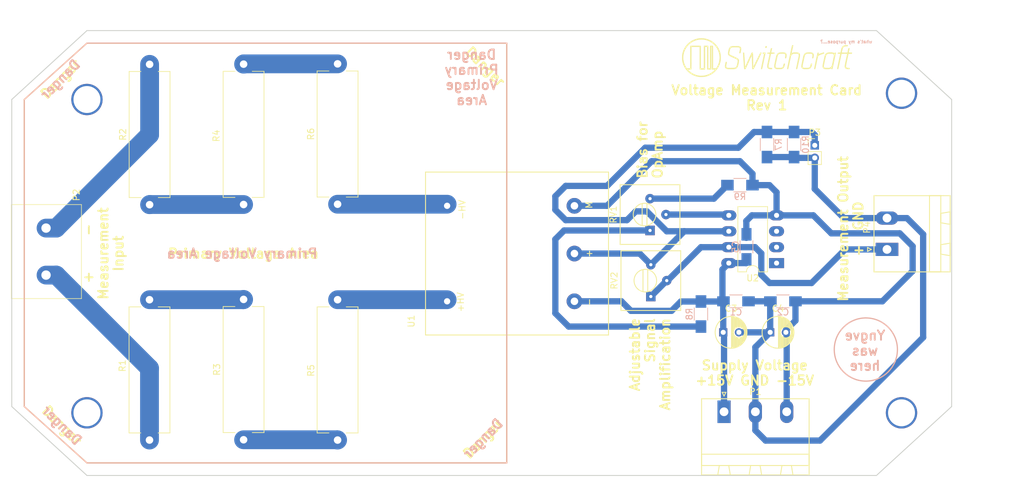
<source format=kicad_pcb>
(kicad_pcb (version 4) (host pcbnew 4.0.6)

  (general
    (links 39)
    (no_connects 0)
    (area 84.197 60.622201 249.764568 140.2066)
    (thickness 1.6)
    (drawings 41)
    (tracks 118)
    (zones 0)
    (modules 28)
    (nets 17)
  )

  (page A4)
  (title_block
    (title "Voltage Sensor Card Layout")
    (date 2017-08-01)
    (rev 1)
    (company "Yngve Solbakken")
    (comment 1 "Added copper base and changed R and C to SMDs")
    (comment 2 YS)
    (comment 3 "Voltage sensing card with ADC output")
    (comment 4 "High voltage to sensor to measurement resistor to opamp to ADC")
  )

  (layers
    (0 F.Cu signal)
    (31 B.Cu signal)
    (32 B.Adhes user)
    (33 F.Adhes user)
    (34 B.Paste user)
    (35 F.Paste user)
    (36 B.SilkS user)
    (37 F.SilkS user)
    (38 B.Mask user)
    (39 F.Mask user)
    (40 Dwgs.User user)
    (41 Cmts.User user)
    (42 Eco1.User user)
    (43 Eco2.User user)
    (44 Edge.Cuts user)
    (45 Margin user)
    (46 B.CrtYd user)
    (47 F.CrtYd user)
    (48 B.Fab user)
    (49 F.Fab user)
  )

  (setup
    (last_trace_width 1)
    (trace_clearance 0.2)
    (zone_clearance 0.508)
    (zone_45_only yes)
    (trace_min 0.2)
    (segment_width 0.2)
    (edge_width 0.15)
    (via_size 0.6)
    (via_drill 0.4)
    (via_min_size 0.4)
    (via_min_drill 0.3)
    (uvia_size 0.3)
    (uvia_drill 0.1)
    (uvias_allowed no)
    (uvia_min_size 0.2)
    (uvia_min_drill 0.1)
    (pcb_text_width 0.3)
    (pcb_text_size 1.5 1.5)
    (mod_edge_width 0.15)
    (mod_text_size 1 1)
    (mod_text_width 0.15)
    (pad_size 5 5)
    (pad_drill 4.3)
    (pad_to_mask_clearance 0.2)
    (aux_axis_origin 0 0)
    (visible_elements FFFFFFFF)
    (pcbplotparams
      (layerselection 0x011fc_80000001)
      (usegerberextensions true)
      (excludeedgelayer true)
      (linewidth 0.100000)
      (plotframeref false)
      (viasonmask false)
      (mode 1)
      (useauxorigin false)
      (hpglpennumber 1)
      (hpglpenspeed 20)
      (hpglpendiameter 15)
      (hpglpenoverlay 2)
      (psnegative false)
      (psa4output false)
      (plotreference true)
      (plotvalue true)
      (plotinvisibletext false)
      (padsonsilk false)
      (subtractmaskfromsilk false)
      (outputformat 1)
      (mirror false)
      (drillshape 0)
      (scaleselection 1)
      (outputdirectory gerber/))
  )

  (net 0 "")
  (net 1 VCC)
  (net 2 GND)
  (net 3 VEE)
  (net 4 "Net-(P2-Pad1)")
  (net 5 "Net-(P2-Pad2)")
  (net 6 "Net-(R1-Pad1)")
  (net 7 "Net-(R2-Pad1)")
  (net 8 "Net-(R3-Pad1)")
  (net 9 "Net-(R4-Pad1)")
  (net 10 "Net-(R5-Pad1)")
  (net 11 "Net-(R6-Pad1)")
  (net 12 "Net-(R8-Pad2)")
  (net 13 "Net-(R9-Pad1)")
  (net 14 "Net-(RV1-Pad2)")
  (net 15 "Net-(P3-Pad1)")
  (net 16 "Net-(P4-Pad1)")

  (net_class Default "This is the default net class."
    (clearance 0.2)
    (trace_width 1)
    (via_dia 0.6)
    (via_drill 0.4)
    (uvia_dia 0.3)
    (uvia_drill 0.1)
    (add_net GND)
    (add_net "Net-(P3-Pad1)")
    (add_net "Net-(P4-Pad1)")
    (add_net "Net-(R8-Pad2)")
    (add_net "Net-(R9-Pad1)")
    (add_net "Net-(RV1-Pad2)")
    (add_net VCC)
    (add_net VEE)
  )

  (net_class HV ""
    (clearance 2)
    (trace_width 3)
    (via_dia 0.6)
    (via_drill 0.4)
    (uvia_dia 0.3)
    (uvia_drill 0.1)
    (add_net "Net-(P2-Pad1)")
    (add_net "Net-(P2-Pad2)")
    (add_net "Net-(R1-Pad1)")
    (add_net "Net-(R2-Pad1)")
    (add_net "Net-(R3-Pad1)")
    (add_net "Net-(R4-Pad1)")
    (add_net "Net-(R5-Pad1)")
    (add_net "Net-(R6-Pad1)")
  )

  (module PhoenixContact:MSTBA_25_3p_G_508-1757488 (layer F.Cu) (tedit 5797DB0C) (tstamp 597F457C)
    (at 201.676 125.8316)
    (descr "Generic Phoenix Contact connector footprint for series: MSTBA-G; number of pins: 03; pin pitch: 5.00mm; Angled || order number: 1923762 16A (HC) || order number: 1757488 12A")
    (tags "phoenix_contact connector MSTBA_01x03_G_5.00mm")
    (path /583EB6EF)
    (fp_text reference P1 (at 5 -3.2) (layer F.SilkS)
      (effects (font (size 1 1) (thickness 0.15)))
    )
    (fp_text value CONN_01X03 (at 5 11.5) (layer F.Fab)
      (effects (font (size 1 1) (thickness 0.15)))
    )
    (fp_line (start -3.58 -2.08) (end -3.58 10.08) (layer F.SilkS) (width 0.15))
    (fp_line (start -3.58 10.08) (end 13.58 10.08) (layer F.SilkS) (width 0.15))
    (fp_line (start 13.58 10.08) (end 13.58 -2.08) (layer F.SilkS) (width 0.15))
    (fp_line (start 13.58 -2.08) (end -3.58 -2.08) (layer F.SilkS) (width 0.15))
    (fp_line (start -3.58 8.58) (end -3.58 6.78) (layer F.SilkS) (width 0.15))
    (fp_line (start -3.58 6.78) (end 13.58 6.78) (layer F.SilkS) (width 0.15))
    (fp_line (start 13.58 6.78) (end 13.58 8.58) (layer F.SilkS) (width 0.15))
    (fp_line (start 13.58 8.58) (end -3.58 8.58) (layer F.SilkS) (width 0.15))
    (fp_line (start -1 10.08) (end 1 10.08) (layer F.SilkS) (width 0.15))
    (fp_line (start 1 10.08) (end 0.75 8.58) (layer F.SilkS) (width 0.15))
    (fp_line (start 0.75 8.58) (end -0.75 8.58) (layer F.SilkS) (width 0.15))
    (fp_line (start -0.75 8.58) (end -1 10.08) (layer F.SilkS) (width 0.15))
    (fp_line (start 4 10.08) (end 6 10.08) (layer F.SilkS) (width 0.15))
    (fp_line (start 6 10.08) (end 5.75 8.58) (layer F.SilkS) (width 0.15))
    (fp_line (start 5.75 8.58) (end 4.25 8.58) (layer F.SilkS) (width 0.15))
    (fp_line (start 4.25 8.58) (end 4 10.08) (layer F.SilkS) (width 0.15))
    (fp_line (start 9 10.08) (end 11 10.08) (layer F.SilkS) (width 0.15))
    (fp_line (start 11 10.08) (end 10.75 8.58) (layer F.SilkS) (width 0.15))
    (fp_line (start 10.75 8.58) (end 9.25 8.58) (layer F.SilkS) (width 0.15))
    (fp_line (start 9.25 8.58) (end 9 10.08) (layer F.SilkS) (width 0.15))
    (fp_line (start -4 -2.5) (end -4 10.5) (layer F.CrtYd) (width 0.05))
    (fp_line (start -4 10.5) (end 14 10.5) (layer F.CrtYd) (width 0.05))
    (fp_line (start 14 10.5) (end 14 -2.5) (layer F.CrtYd) (width 0.05))
    (fp_line (start 14 -2.5) (end -4 -2.5) (layer F.CrtYd) (width 0.05))
    (fp_line (start 0 -2.5) (end 0.3 -3.1) (layer F.SilkS) (width 0.15))
    (fp_line (start 0.3 -3.1) (end -0.3 -3.1) (layer F.SilkS) (width 0.15))
    (fp_line (start -0.3 -3.1) (end 0 -2.5) (layer F.SilkS) (width 0.15))
    (pad 1 thru_hole rect (at 0 0) (size 2.1 3.6) (drill 1.4) (layers *.Cu *.Mask)
      (net 1 VCC))
    (pad 2 thru_hole oval (at 5 0) (size 2.1 3.6) (drill 1.4) (layers *.Cu *.Mask)
      (net 2 GND))
    (pad 3 thru_hole oval (at 10 0) (size 2.1 3.6) (drill 1.4) (layers *.Cu *.Mask)
      (net 3 VEE))
    (model /Users/Yngve/git/Switchcraft/kicad-lib/packages3d/PhoenixContact.3dshapes/MSTBA_25_3p_G_508-1757488.wrl
      (at (xyz 0 0 0))
      (scale (xyz 1 1 1))
      (rotate (xyz 0 0 90))
    )
  )

  (module Housings_DIP:DIP-8_W7.62mm_LongPads (layer F.Cu) (tedit 58CC8E33) (tstamp 583EC6DE)
    (at 210.058 102.108 180)
    (descr "8-lead dip package, row spacing 7.62 mm (300 mils), LongPads")
    (tags "DIL DIP PDIP 2.54mm 7.62mm 300mil LongPads")
    (path /583ED040)
    (fp_text reference U2 (at 3.81 -2.39 180) (layer F.SilkS)
      (effects (font (size 1 1) (thickness 0.15)))
    )
    (fp_text value NE5532 (at 3.81 10.01 180) (layer F.Fab)
      (effects (font (size 1 1) (thickness 0.15)))
    )
    (fp_text user %R (at 3.81 3.81 180) (layer F.Fab)
      (effects (font (size 1 1) (thickness 0.15)))
    )
    (fp_line (start 1.635 -1.27) (end 6.985 -1.27) (layer F.Fab) (width 0.1))
    (fp_line (start 6.985 -1.27) (end 6.985 8.89) (layer F.Fab) (width 0.1))
    (fp_line (start 6.985 8.89) (end 0.635 8.89) (layer F.Fab) (width 0.1))
    (fp_line (start 0.635 8.89) (end 0.635 -0.27) (layer F.Fab) (width 0.1))
    (fp_line (start 0.635 -0.27) (end 1.635 -1.27) (layer F.Fab) (width 0.1))
    (fp_line (start 2.81 -1.39) (end 1.44 -1.39) (layer F.SilkS) (width 0.12))
    (fp_line (start 1.44 -1.39) (end 1.44 9.01) (layer F.SilkS) (width 0.12))
    (fp_line (start 1.44 9.01) (end 6.18 9.01) (layer F.SilkS) (width 0.12))
    (fp_line (start 6.18 9.01) (end 6.18 -1.39) (layer F.SilkS) (width 0.12))
    (fp_line (start 6.18 -1.39) (end 4.81 -1.39) (layer F.SilkS) (width 0.12))
    (fp_line (start -1.5 -1.6) (end -1.5 9.2) (layer F.CrtYd) (width 0.05))
    (fp_line (start -1.5 9.2) (end 9.1 9.2) (layer F.CrtYd) (width 0.05))
    (fp_line (start 9.1 9.2) (end 9.1 -1.6) (layer F.CrtYd) (width 0.05))
    (fp_line (start 9.1 -1.6) (end -1.5 -1.6) (layer F.CrtYd) (width 0.05))
    (fp_arc (start 3.81 -1.39) (end 2.81 -1.39) (angle -180) (layer F.SilkS) (width 0.12))
    (pad 1 thru_hole rect (at 0 0 180) (size 2.4 1.6) (drill 0.8) (layers *.Cu *.Mask))
    (pad 5 thru_hole oval (at 7.62 7.62 180) (size 2.4 1.6) (drill 0.8) (layers *.Cu *.Mask)
      (net 14 "Net-(RV1-Pad2)"))
    (pad 2 thru_hole oval (at 0 2.54 180) (size 2.4 1.6) (drill 0.8) (layers *.Cu *.Mask))
    (pad 6 thru_hole oval (at 7.62 5.08 180) (size 2.4 1.6) (drill 0.8) (layers *.Cu *.Mask)
      (net 15 "Net-(P3-Pad1)"))
    (pad 3 thru_hole oval (at 0 5.08 180) (size 2.4 1.6) (drill 0.8) (layers *.Cu *.Mask))
    (pad 7 thru_hole oval (at 7.62 2.54 180) (size 2.4 1.6) (drill 0.8) (layers *.Cu *.Mask)
      (net 16 "Net-(P4-Pad1)"))
    (pad 4 thru_hole oval (at 0 7.62 180) (size 2.4 1.6) (drill 0.8) (layers *.Cu *.Mask)
      (net 3 VEE))
    (pad 8 thru_hole oval (at 7.62 0 180) (size 2.4 1.6) (drill 0.8) (layers *.Cu *.Mask)
      (net 1 VCC))
    (model ${KISYS3DMOD}/Housings_DIP.3dshapes/DIP-8_W7.62mm_LongPads.wrl
      (at (xyz 0 0 0))
      (scale (xyz 1 1 1))
      (rotate (xyz 0 0 0))
    )
  )

  (module potentiometer:Potentiometer_Trimmer-Suntan-TSR-3386P (layer F.Cu) (tedit 53F6A994) (tstamp 58445543)
    (at 189.865 96.901 90)
    (path /583ED8DC)
    (fp_text reference RV1 (at 2.54 -5.842 90) (layer F.SilkS)
      (effects (font (size 1 1) (thickness 0.15)))
    )
    (fp_text value 100k (at 2.54 6.096 90) (layer F.Fab)
      (effects (font (size 1 1) (thickness 0.15)))
    )
    (fp_line (start 0.84 -1.255) (end 4.24 -1.255) (layer F.SilkS) (width 0.15))
    (fp_line (start 0.84 -0.495) (end 4.24 -0.495) (layer F.SilkS) (width 0.15))
    (fp_line (start -2.225 -4.765) (end 7.305 -4.765) (layer F.SilkS) (width 0.15))
    (fp_line (start 7.305 -4.765) (end 7.305 4.765) (layer F.SilkS) (width 0.15))
    (fp_line (start 7.305 4.765) (end -2.225 4.765) (layer F.SilkS) (width 0.15))
    (fp_line (start -2.225 4.765) (end -2.225 -4.765) (layer F.SilkS) (width 0.15))
    (fp_circle (center 2.54 -0.875) (end 4.115 0) (layer F.SilkS) (width 0.15))
    (pad 3 thru_hole circle (at 5.08 0 90) (size 1.51 1.51) (drill 0.51) (layers *.Cu *.Mask)
      (net 13 "Net-(R9-Pad1)"))
    (pad 1 thru_hole rect (at 0 0 90) (size 1.51 1.51) (drill 0.51) (layers *.Cu *.Mask)
      (net 12 "Net-(R8-Pad2)"))
    (pad 2 thru_hole circle (at 2.54 2.54 90) (size 1.51 1.51) (drill 0.51) (layers *.Cu *.Mask)
      (net 14 "Net-(RV1-Pad2)"))
    (model "/Library/Application Support/kicad/packages3d/3386P.x3d"
      (at (xyz 0.1 -0.1 0))
      (scale (xyz 0.39 0.39 0.39))
      (rotate (xyz 0 0 0))
    )
  )

  (module potentiometer:Potentiometer_Trimmer-Suntan-TSR-3386P (layer F.Cu) (tedit 53F6A994) (tstamp 58503EF2)
    (at 189.992 107.442 90)
    (path /58501A90)
    (fp_text reference RV2 (at 2.54 -5.842 90) (layer F.SilkS)
      (effects (font (size 1 1) (thickness 0.15)))
    )
    (fp_text value 50k (at 2.54 6.096 90) (layer F.Fab)
      (effects (font (size 1 1) (thickness 0.15)))
    )
    (fp_line (start 0.84 -1.255) (end 4.24 -1.255) (layer F.SilkS) (width 0.15))
    (fp_line (start 0.84 -0.495) (end 4.24 -0.495) (layer F.SilkS) (width 0.15))
    (fp_line (start -2.225 -4.765) (end 7.305 -4.765) (layer F.SilkS) (width 0.15))
    (fp_line (start 7.305 -4.765) (end 7.305 4.765) (layer F.SilkS) (width 0.15))
    (fp_line (start 7.305 4.765) (end -2.225 4.765) (layer F.SilkS) (width 0.15))
    (fp_line (start -2.225 4.765) (end -2.225 -4.765) (layer F.SilkS) (width 0.15))
    (fp_circle (center 2.54 -0.875) (end 4.115 0) (layer F.SilkS) (width 0.15))
    (pad 3 thru_hole circle (at 5.08 0 90) (size 1.51 1.51) (drill 0.51) (layers *.Cu *.Mask)
      (net 15 "Net-(P3-Pad1)"))
    (pad 1 thru_hole rect (at 0 0 90) (size 1.51 1.51) (drill 0.51) (layers *.Cu *.Mask)
      (net 16 "Net-(P4-Pad1)"))
    (pad 2 thru_hole circle (at 2.54 2.54 90) (size 1.51 1.51) (drill 0.51) (layers *.Cu *.Mask)
      (net 16 "Net-(P4-Pad1)"))
    (model "/Library/Application Support/kicad/packages3d/3386P.x3d"
      (at (xyz 0.1 -0.1 0))
      (scale (xyz 0.39 0.39 0.39))
      (rotate (xyz 0 0 0))
    )
  )

  (module Pin_Headers:Pin_Header_Straight_1x02_Pitch2.00mm (layer F.Cu) (tedit 59650533) (tstamp 597F8573)
    (at 216.154 83.312)
    (descr "Through hole straight pin header, 1x02, 2.00mm pitch, single row")
    (tags "Through hole pin header THT 1x02 2.00mm single row")
    (path /583EC98A)
    (fp_text reference P3 (at 0 -2.06) (layer F.SilkS)
      (effects (font (size 1 1) (thickness 0.15)))
    )
    (fp_text value CONN_01X02 (at 0 4.06) (layer F.Fab)
      (effects (font (size 1 1) (thickness 0.15)))
    )
    (fp_line (start -0.5 -1) (end 1 -1) (layer F.Fab) (width 0.1))
    (fp_line (start 1 -1) (end 1 3) (layer F.Fab) (width 0.1))
    (fp_line (start 1 3) (end -1 3) (layer F.Fab) (width 0.1))
    (fp_line (start -1 3) (end -1 -0.5) (layer F.Fab) (width 0.1))
    (fp_line (start -1 -0.5) (end -0.5 -1) (layer F.Fab) (width 0.1))
    (fp_line (start -1.06 3.06) (end 1.06 3.06) (layer F.SilkS) (width 0.12))
    (fp_line (start -1.06 1) (end -1.06 3.06) (layer F.SilkS) (width 0.12))
    (fp_line (start 1.06 1) (end 1.06 3.06) (layer F.SilkS) (width 0.12))
    (fp_line (start -1.06 1) (end 1.06 1) (layer F.SilkS) (width 0.12))
    (fp_line (start -1.06 0) (end -1.06 -1.06) (layer F.SilkS) (width 0.12))
    (fp_line (start -1.06 -1.06) (end 0 -1.06) (layer F.SilkS) (width 0.12))
    (fp_line (start -1.5 -1.5) (end -1.5 3.5) (layer F.CrtYd) (width 0.05))
    (fp_line (start -1.5 3.5) (end 1.5 3.5) (layer F.CrtYd) (width 0.05))
    (fp_line (start 1.5 3.5) (end 1.5 -1.5) (layer F.CrtYd) (width 0.05))
    (fp_line (start 1.5 -1.5) (end -1.5 -1.5) (layer F.CrtYd) (width 0.05))
    (fp_text user %R (at 0 1 90) (layer F.Fab)
      (effects (font (size 1 1) (thickness 0.15)))
    )
    (pad 1 thru_hole rect (at 0 0) (size 1.35 1.35) (drill 0.8) (layers *.Cu *.Mask)
      (net 15 "Net-(P3-Pad1)"))
    (pad 2 thru_hole oval (at 0 2) (size 1.35 1.35) (drill 0.8) (layers *.Cu *.Mask)
      (net 2 GND))
    (model ${KISYS3DMOD}/Pin_Headers.3dshapes/Pin_Header_Straight_1x02_Pitch2.00mm.wrl
      (at (xyz 0 0 0))
      (scale (xyz 1 1 1))
      (rotate (xyz 0 0 0))
    )
  )

  (module Capacitors_SMD:C_1206_HandSoldering (layer B.Cu) (tedit 58AA84D1) (tstamp 58514027)
    (at 203.581 108.204)
    (descr "Capacitor SMD 1206, hand soldering")
    (tags "capacitor 1206")
    (path /583EC499)
    (attr smd)
    (fp_text reference C1 (at 0 1.75) (layer B.SilkS)
      (effects (font (size 1 1) (thickness 0.15)) (justify mirror))
    )
    (fp_text value 100n (at 0 -2) (layer B.Fab)
      (effects (font (size 1 1) (thickness 0.15)) (justify mirror))
    )
    (fp_text user %R (at 0 1.75) (layer B.Fab)
      (effects (font (size 1 1) (thickness 0.15)) (justify mirror))
    )
    (fp_line (start -1.6 -0.8) (end -1.6 0.8) (layer B.Fab) (width 0.1))
    (fp_line (start 1.6 -0.8) (end -1.6 -0.8) (layer B.Fab) (width 0.1))
    (fp_line (start 1.6 0.8) (end 1.6 -0.8) (layer B.Fab) (width 0.1))
    (fp_line (start -1.6 0.8) (end 1.6 0.8) (layer B.Fab) (width 0.1))
    (fp_line (start 1 1.02) (end -1 1.02) (layer B.SilkS) (width 0.12))
    (fp_line (start -1 -1.02) (end 1 -1.02) (layer B.SilkS) (width 0.12))
    (fp_line (start -3.25 1.05) (end 3.25 1.05) (layer B.CrtYd) (width 0.05))
    (fp_line (start -3.25 1.05) (end -3.25 -1.05) (layer B.CrtYd) (width 0.05))
    (fp_line (start 3.25 -1.05) (end 3.25 1.05) (layer B.CrtYd) (width 0.05))
    (fp_line (start 3.25 -1.05) (end -3.25 -1.05) (layer B.CrtYd) (width 0.05))
    (pad 1 smd rect (at -2 0) (size 2 1.6) (layers B.Cu B.Paste B.Mask)
      (net 1 VCC))
    (pad 2 smd rect (at 2 0) (size 2 1.6) (layers B.Cu B.Paste B.Mask)
      (net 2 GND))
    (model Capacitors_SMD.3dshapes/C_1206.wrl
      (at (xyz 0 0 0))
      (scale (xyz 1 1 1))
      (rotate (xyz 0 0 0))
    )
  )

  (module Capacitors_SMD:C_1206_HandSoldering (layer B.Cu) (tedit 58AA84D1) (tstamp 5851402C)
    (at 211.074 108.204)
    (descr "Capacitor SMD 1206, hand soldering")
    (tags "capacitor 1206")
    (path /583EC55E)
    (attr smd)
    (fp_text reference C2 (at 0 1.75) (layer B.SilkS)
      (effects (font (size 1 1) (thickness 0.15)) (justify mirror))
    )
    (fp_text value 100n (at 0 -2) (layer B.Fab)
      (effects (font (size 1 1) (thickness 0.15)) (justify mirror))
    )
    (fp_text user %R (at 0 1.75) (layer B.Fab)
      (effects (font (size 1 1) (thickness 0.15)) (justify mirror))
    )
    (fp_line (start -1.6 -0.8) (end -1.6 0.8) (layer B.Fab) (width 0.1))
    (fp_line (start 1.6 -0.8) (end -1.6 -0.8) (layer B.Fab) (width 0.1))
    (fp_line (start 1.6 0.8) (end 1.6 -0.8) (layer B.Fab) (width 0.1))
    (fp_line (start -1.6 0.8) (end 1.6 0.8) (layer B.Fab) (width 0.1))
    (fp_line (start 1 1.02) (end -1 1.02) (layer B.SilkS) (width 0.12))
    (fp_line (start -1 -1.02) (end 1 -1.02) (layer B.SilkS) (width 0.12))
    (fp_line (start -3.25 1.05) (end 3.25 1.05) (layer B.CrtYd) (width 0.05))
    (fp_line (start -3.25 1.05) (end -3.25 -1.05) (layer B.CrtYd) (width 0.05))
    (fp_line (start 3.25 -1.05) (end 3.25 1.05) (layer B.CrtYd) (width 0.05))
    (fp_line (start 3.25 -1.05) (end -3.25 -1.05) (layer B.CrtYd) (width 0.05))
    (pad 1 smd rect (at -2 0) (size 2 1.6) (layers B.Cu B.Paste B.Mask)
      (net 2 GND))
    (pad 2 smd rect (at 2 0) (size 2 1.6) (layers B.Cu B.Paste B.Mask)
      (net 3 VEE))
    (model Capacitors_SMD.3dshapes/C_1206.wrl
      (at (xyz 0 0 0))
      (scale (xyz 1 1 1))
      (rotate (xyz 0 0 0))
    )
  )

  (module Capacitors_SMD:C_1206_HandSoldering (layer B.Cu) (tedit 58AA84D1) (tstamp 58514031)
    (at 205.2574 99.5172 270)
    (descr "Capacitor SMD 1206, hand soldering")
    (tags "capacitor 1206")
    (path /583EFAFE)
    (attr smd)
    (fp_text reference C5 (at 0 1.75 270) (layer B.SilkS)
      (effects (font (size 1 1) (thickness 0.15)) (justify mirror))
    )
    (fp_text value 100n (at 0 -2 270) (layer B.Fab)
      (effects (font (size 1 1) (thickness 0.15)) (justify mirror))
    )
    (fp_text user %R (at 0 1.75 270) (layer B.Fab)
      (effects (font (size 1 1) (thickness 0.15)) (justify mirror))
    )
    (fp_line (start -1.6 -0.8) (end -1.6 0.8) (layer B.Fab) (width 0.1))
    (fp_line (start 1.6 -0.8) (end -1.6 -0.8) (layer B.Fab) (width 0.1))
    (fp_line (start 1.6 0.8) (end 1.6 -0.8) (layer B.Fab) (width 0.1))
    (fp_line (start -1.6 0.8) (end 1.6 0.8) (layer B.Fab) (width 0.1))
    (fp_line (start 1 1.02) (end -1 1.02) (layer B.SilkS) (width 0.12))
    (fp_line (start -1 -1.02) (end 1 -1.02) (layer B.SilkS) (width 0.12))
    (fp_line (start -3.25 1.05) (end 3.25 1.05) (layer B.CrtYd) (width 0.05))
    (fp_line (start -3.25 1.05) (end -3.25 -1.05) (layer B.CrtYd) (width 0.05))
    (fp_line (start 3.25 -1.05) (end 3.25 1.05) (layer B.CrtYd) (width 0.05))
    (fp_line (start 3.25 -1.05) (end -3.25 -1.05) (layer B.CrtYd) (width 0.05))
    (pad 1 smd rect (at -2 0 270) (size 2 1.6) (layers B.Cu B.Paste B.Mask)
      (net 3 VEE))
    (pad 2 smd rect (at 2 0 270) (size 2 1.6) (layers B.Cu B.Paste B.Mask)
      (net 1 VCC))
    (model Capacitors_SMD.3dshapes/C_1206.wrl
      (at (xyz 0 0 0))
      (scale (xyz 1 1 1))
      (rotate (xyz 0 0 0))
    )
  )

  (module Resistors_SMD:R_1206_HandSoldering (layer B.Cu) (tedit 58E0A804) (tstamp 58514054)
    (at 208.534 83.185 90)
    (descr "Resistor SMD 1206, hand soldering")
    (tags "resistor 1206")
    (path /583EB372)
    (attr smd)
    (fp_text reference R7 (at 0 1.85 90) (layer B.SilkS)
      (effects (font (size 1 1) (thickness 0.15)) (justify mirror))
    )
    (fp_text value 100 (at 0 -1.9 90) (layer B.Fab)
      (effects (font (size 1 1) (thickness 0.15)) (justify mirror))
    )
    (fp_text user %R (at 0 0 90) (layer B.Fab)
      (effects (font (size 0.7 0.7) (thickness 0.105)) (justify mirror))
    )
    (fp_line (start -1.6 -0.8) (end -1.6 0.8) (layer B.Fab) (width 0.1))
    (fp_line (start 1.6 -0.8) (end -1.6 -0.8) (layer B.Fab) (width 0.1))
    (fp_line (start 1.6 0.8) (end 1.6 -0.8) (layer B.Fab) (width 0.1))
    (fp_line (start -1.6 0.8) (end 1.6 0.8) (layer B.Fab) (width 0.1))
    (fp_line (start 1 -1.07) (end -1 -1.07) (layer B.SilkS) (width 0.12))
    (fp_line (start -1 1.07) (end 1 1.07) (layer B.SilkS) (width 0.12))
    (fp_line (start -3.25 1.11) (end 3.25 1.11) (layer B.CrtYd) (width 0.05))
    (fp_line (start -3.25 1.11) (end -3.25 -1.1) (layer B.CrtYd) (width 0.05))
    (fp_line (start 3.25 -1.1) (end 3.25 1.11) (layer B.CrtYd) (width 0.05))
    (fp_line (start 3.25 -1.1) (end -3.25 -1.1) (layer B.CrtYd) (width 0.05))
    (pad 1 smd rect (at -2 0 90) (size 2 1.7) (layers B.Cu B.Paste B.Mask)
      (net 2 GND))
    (pad 2 smd rect (at 2 0 90) (size 2 1.7) (layers B.Cu B.Paste B.Mask)
      (net 15 "Net-(P3-Pad1)"))
    (model ${KISYS3DMOD}/Resistors_SMD.3dshapes/R_1206.wrl
      (at (xyz 0 0 0))
      (scale (xyz 1 1 1))
      (rotate (xyz 0 0 0))
    )
  )

  (module Resistors_SMD:R_1206_HandSoldering (layer B.Cu) (tedit 58E0A804) (tstamp 5851409F)
    (at 197.993 110.236 270)
    (descr "Resistor SMD 1206, hand soldering")
    (tags "resistor 1206")
    (path /583ED80A)
    (attr smd)
    (fp_text reference R8 (at 0 1.85 270) (layer B.SilkS)
      (effects (font (size 1 1) (thickness 0.15)) (justify mirror))
    )
    (fp_text value 2k (at 0 -1.9 270) (layer B.Fab)
      (effects (font (size 1 1) (thickness 0.15)) (justify mirror))
    )
    (fp_text user %R (at 0 0 270) (layer B.Fab)
      (effects (font (size 0.7 0.7) (thickness 0.105)) (justify mirror))
    )
    (fp_line (start -1.6 -0.8) (end -1.6 0.8) (layer B.Fab) (width 0.1))
    (fp_line (start 1.6 -0.8) (end -1.6 -0.8) (layer B.Fab) (width 0.1))
    (fp_line (start 1.6 0.8) (end 1.6 -0.8) (layer B.Fab) (width 0.1))
    (fp_line (start -1.6 0.8) (end 1.6 0.8) (layer B.Fab) (width 0.1))
    (fp_line (start 1 -1.07) (end -1 -1.07) (layer B.SilkS) (width 0.12))
    (fp_line (start -1 1.07) (end 1 1.07) (layer B.SilkS) (width 0.12))
    (fp_line (start -3.25 1.11) (end 3.25 1.11) (layer B.CrtYd) (width 0.05))
    (fp_line (start -3.25 1.11) (end -3.25 -1.1) (layer B.CrtYd) (width 0.05))
    (fp_line (start 3.25 -1.1) (end 3.25 1.11) (layer B.CrtYd) (width 0.05))
    (fp_line (start 3.25 -1.1) (end -3.25 -1.1) (layer B.CrtYd) (width 0.05))
    (pad 1 smd rect (at -2 0 270) (size 2 1.7) (layers B.Cu B.Paste B.Mask)
      (net 1 VCC))
    (pad 2 smd rect (at 2 0 270) (size 2 1.7) (layers B.Cu B.Paste B.Mask)
      (net 12 "Net-(R8-Pad2)"))
    (model ${KISYS3DMOD}/Resistors_SMD.3dshapes/R_1206.wrl
      (at (xyz 0 0 0))
      (scale (xyz 1 1 1))
      (rotate (xyz 0 0 0))
    )
  )

  (module Resistors_SMD:R_1206_HandSoldering (layer B.Cu) (tedit 58E0A804) (tstamp 585140A4)
    (at 204.216 89.662)
    (descr "Resistor SMD 1206, hand soldering")
    (tags "resistor 1206")
    (path /583ED874)
    (attr smd)
    (fp_text reference R9 (at 0 1.85) (layer B.SilkS)
      (effects (font (size 1 1) (thickness 0.15)) (justify mirror))
    )
    (fp_text value 2k (at 0 -1.9) (layer B.Fab)
      (effects (font (size 1 1) (thickness 0.15)) (justify mirror))
    )
    (fp_text user %R (at 0 0) (layer B.Fab)
      (effects (font (size 0.7 0.7) (thickness 0.105)) (justify mirror))
    )
    (fp_line (start -1.6 -0.8) (end -1.6 0.8) (layer B.Fab) (width 0.1))
    (fp_line (start 1.6 -0.8) (end -1.6 -0.8) (layer B.Fab) (width 0.1))
    (fp_line (start 1.6 0.8) (end 1.6 -0.8) (layer B.Fab) (width 0.1))
    (fp_line (start -1.6 0.8) (end 1.6 0.8) (layer B.Fab) (width 0.1))
    (fp_line (start 1 -1.07) (end -1 -1.07) (layer B.SilkS) (width 0.12))
    (fp_line (start -1 1.07) (end 1 1.07) (layer B.SilkS) (width 0.12))
    (fp_line (start -3.25 1.11) (end 3.25 1.11) (layer B.CrtYd) (width 0.05))
    (fp_line (start -3.25 1.11) (end -3.25 -1.1) (layer B.CrtYd) (width 0.05))
    (fp_line (start 3.25 -1.1) (end 3.25 1.11) (layer B.CrtYd) (width 0.05))
    (fp_line (start 3.25 -1.1) (end -3.25 -1.1) (layer B.CrtYd) (width 0.05))
    (pad 1 smd rect (at -2 0) (size 2 1.7) (layers B.Cu B.Paste B.Mask)
      (net 13 "Net-(R9-Pad1)"))
    (pad 2 smd rect (at 2 0) (size 2 1.7) (layers B.Cu B.Paste B.Mask)
      (net 3 VEE))
    (model ${KISYS3DMOD}/Resistors_SMD.3dshapes/R_1206.wrl
      (at (xyz 0 0 0))
      (scale (xyz 1 1 1))
      (rotate (xyz 0 0 0))
    )
  )

  (module Resistors_SMD:R_1206_HandSoldering (layer B.Cu) (tedit 58E0A804) (tstamp 585140A9)
    (at 212.852 83.185 90)
    (descr "Resistor SMD 1206, hand soldering")
    (tags "resistor 1206")
    (path /583EE3A2)
    (attr smd)
    (fp_text reference R10 (at 0 1.85 90) (layer B.SilkS)
      (effects (font (size 1 1) (thickness 0.15)) (justify mirror))
    )
    (fp_text value 10k (at 0 -1.9 90) (layer B.Fab)
      (effects (font (size 1 1) (thickness 0.15)) (justify mirror))
    )
    (fp_text user %R (at 0 0 90) (layer B.Fab)
      (effects (font (size 0.7 0.7) (thickness 0.105)) (justify mirror))
    )
    (fp_line (start -1.6 -0.8) (end -1.6 0.8) (layer B.Fab) (width 0.1))
    (fp_line (start 1.6 -0.8) (end -1.6 -0.8) (layer B.Fab) (width 0.1))
    (fp_line (start 1.6 0.8) (end 1.6 -0.8) (layer B.Fab) (width 0.1))
    (fp_line (start -1.6 0.8) (end 1.6 0.8) (layer B.Fab) (width 0.1))
    (fp_line (start 1 -1.07) (end -1 -1.07) (layer B.SilkS) (width 0.12))
    (fp_line (start -1 1.07) (end 1 1.07) (layer B.SilkS) (width 0.12))
    (fp_line (start -3.25 1.11) (end 3.25 1.11) (layer B.CrtYd) (width 0.05))
    (fp_line (start -3.25 1.11) (end -3.25 -1.1) (layer B.CrtYd) (width 0.05))
    (fp_line (start 3.25 -1.1) (end 3.25 1.11) (layer B.CrtYd) (width 0.05))
    (fp_line (start 3.25 -1.1) (end -3.25 -1.1) (layer B.CrtYd) (width 0.05))
    (pad 1 smd rect (at -2 0 90) (size 2 1.7) (layers B.Cu B.Paste B.Mask)
      (net 2 GND))
    (pad 2 smd rect (at 2 0 90) (size 2 1.7) (layers B.Cu B.Paste B.Mask)
      (net 15 "Net-(P3-Pad1)"))
    (model ${KISYS3DMOD}/Resistors_SMD.3dshapes/R_1206.wrl
      (at (xyz 0 0 0))
      (scale (xyz 1 1 1))
      (rotate (xyz 0 0 0))
    )
  )

  (module PhoenixContact:MSTBA_25_2p_G_508-1757242 (layer F.Cu) (tedit 5797DB0C) (tstamp 597F458C)
    (at 227.6856 99.9236 90)
    (descr "Generic Phoenix Contact connector footprint for series: MSTBA-G; number of pins: 02; pin pitch: 5.00mm; Angled || order number: 1923759 16A (HC) || order number: 1757475 12A")
    (tags "phoenix_contact connector MSTBA_01x02_G_5.00mm")
    (path /583ED366)
    (fp_text reference P4 (at 3.5 -3.2 90) (layer F.SilkS)
      (effects (font (size 1 1) (thickness 0.15)))
    )
    (fp_text value CONN_01X02 (at 2.5 11.5 90) (layer F.Fab)
      (effects (font (size 1 1) (thickness 0.15)))
    )
    (fp_line (start -3.58 -2.08) (end -3.58 10.08) (layer F.SilkS) (width 0.15))
    (fp_line (start -3.58 10.08) (end 8.58 10.08) (layer F.SilkS) (width 0.15))
    (fp_line (start 8.58 10.08) (end 8.58 -2.08) (layer F.SilkS) (width 0.15))
    (fp_line (start 8.58 -2.08) (end -3.58 -2.08) (layer F.SilkS) (width 0.15))
    (fp_line (start -3.58 8.58) (end -3.58 6.78) (layer F.SilkS) (width 0.15))
    (fp_line (start -3.58 6.78) (end 8.58 6.78) (layer F.SilkS) (width 0.15))
    (fp_line (start 8.58 6.78) (end 8.58 8.58) (layer F.SilkS) (width 0.15))
    (fp_line (start 8.58 8.58) (end -3.58 8.58) (layer F.SilkS) (width 0.15))
    (fp_line (start -1 10.08) (end 1 10.08) (layer F.SilkS) (width 0.15))
    (fp_line (start 1 10.08) (end 0.75 8.58) (layer F.SilkS) (width 0.15))
    (fp_line (start 0.75 8.58) (end -0.75 8.58) (layer F.SilkS) (width 0.15))
    (fp_line (start -0.75 8.58) (end -1 10.08) (layer F.SilkS) (width 0.15))
    (fp_line (start 4 10.08) (end 6 10.08) (layer F.SilkS) (width 0.15))
    (fp_line (start 6 10.08) (end 5.75 8.58) (layer F.SilkS) (width 0.15))
    (fp_line (start 5.75 8.58) (end 4.25 8.58) (layer F.SilkS) (width 0.15))
    (fp_line (start 4.25 8.58) (end 4 10.08) (layer F.SilkS) (width 0.15))
    (fp_line (start -4 -2.5) (end -4 10.5) (layer F.CrtYd) (width 0.05))
    (fp_line (start -4 10.5) (end 9 10.5) (layer F.CrtYd) (width 0.05))
    (fp_line (start 9 10.5) (end 9 -2.5) (layer F.CrtYd) (width 0.05))
    (fp_line (start 9 -2.5) (end -4 -2.5) (layer F.CrtYd) (width 0.05))
    (fp_line (start 0 -2.5) (end 0.3 -3.1) (layer F.SilkS) (width 0.15))
    (fp_line (start 0.3 -3.1) (end -0.3 -3.1) (layer F.SilkS) (width 0.15))
    (fp_line (start -0.3 -3.1) (end 0 -2.5) (layer F.SilkS) (width 0.15))
    (pad 1 thru_hole rect (at 0 0 90) (size 2.1 3.6) (drill 1.4) (layers *.Cu *.Mask)
      (net 16 "Net-(P4-Pad1)"))
    (pad 2 thru_hole oval (at 5 0 90) (size 2.1 3.6) (drill 1.4) (layers *.Cu *.Mask)
      (net 2 GND))
    (model /Users/Yngve/git/Switchcraft/kicad-lib/packages3d/PhoenixContact.3dshapes/MSTBA_25_2p_G_508-1757242.wrl
      (at (xyz 0 0 0))
      (scale (xyz 1 1 1))
      (rotate (xyz 0 0 90))
    )
  )

  (module Resistors_THT:R_Axial_Power_L20.0mm_W6.4mm_P22.40mm (layer F.Cu) (tedit 59806728) (tstamp 597F4591)
    (at 109.982 107.95 270)
    (descr "Resistor, Axial_Power series, Axial, Horizontal, pin pitch=22.4mm, 4W, length*diameter=20*6.4mm^2, http://cdn-reichelt.de/documents/datenblatt/B400/5WAXIAL_9WAXIAL_11WAXIAL_17WAXIAL%23YAG.pdf")
    (tags "Resistor Axial_Power series Axial Horizontal pin pitch 22.4mm 4W length 20mm diameter 6.4mm")
    (path /583EABE7)
    (fp_text reference R1 (at 10.541 4.318 270) (layer F.SilkS)
      (effects (font (size 1 1) (thickness 0.15)))
    )
    (fp_text value "10k 5W" (at 11.049 -4.318 270) (layer F.Fab)
      (effects (font (size 1 1) (thickness 0.15)))
    )
    (fp_line (start 1.2 -3.2) (end 1.2 3.2) (layer F.Fab) (width 0.1))
    (fp_line (start 1.2 3.2) (end 21.2 3.2) (layer F.Fab) (width 0.1))
    (fp_line (start 21.2 3.2) (end 21.2 -3.2) (layer F.Fab) (width 0.1))
    (fp_line (start 21.2 -3.2) (end 1.2 -3.2) (layer F.Fab) (width 0.1))
    (fp_line (start 0 0) (end 1.2 0) (layer F.Fab) (width 0.1))
    (fp_line (start 22.4 0) (end 21.2 0) (layer F.Fab) (width 0.1))
    (fp_line (start 1.14 -1.38) (end 1.14 -3.26) (layer F.SilkS) (width 0.12))
    (fp_line (start 1.14 -3.26) (end 21.26 -3.26) (layer F.SilkS) (width 0.12))
    (fp_line (start 21.26 -3.26) (end 21.26 -1.38) (layer F.SilkS) (width 0.12))
    (fp_line (start 1.14 1.38) (end 1.14 3.26) (layer F.SilkS) (width 0.12))
    (fp_line (start 1.14 3.26) (end 21.26 3.26) (layer F.SilkS) (width 0.12))
    (fp_line (start 21.26 3.26) (end 21.26 1.38) (layer F.SilkS) (width 0.12))
    (fp_line (start -1.45 -3.55) (end -1.45 3.55) (layer F.CrtYd) (width 0.05))
    (fp_line (start -1.45 3.55) (end 23.85 3.55) (layer F.CrtYd) (width 0.05))
    (fp_line (start 23.85 3.55) (end 23.85 -3.55) (layer F.CrtYd) (width 0.05))
    (fp_line (start 23.85 -3.55) (end -1.45 -3.55) (layer F.CrtYd) (width 0.05))
    (pad 1 thru_hole circle (at 0 0 270) (size 2.4 2.4) (drill 1.2) (layers *.Cu *.Mask)
      (net 6 "Net-(R1-Pad1)"))
    (pad 2 thru_hole oval (at 22.4 0 270) (size 2.4 2.4) (drill 1.2) (layers *.Cu *.Mask)
      (net 5 "Net-(P2-Pad2)"))
    (model ${KISYS3DMOD}/Resistors_THT.3dshapes/R_Axial_Power_L20.0mm_W6.4mm_P22.40mm.wrl
      (at (xyz 0 0 0))
      (scale (xyz 0.393701 0.393701 0.393701))
      (rotate (xyz 0 0 0))
    )
  )

  (module Resistors_THT:R_Axial_Power_L20.0mm_W6.4mm_P22.40mm (layer F.Cu) (tedit 5874F706) (tstamp 597F4596)
    (at 110 92.7862 90)
    (descr "Resistor, Axial_Power series, Axial, Horizontal, pin pitch=22.4mm, 4W, length*diameter=20*6.4mm^2, http://cdn-reichelt.de/documents/datenblatt/B400/5WAXIAL_9WAXIAL_11WAXIAL_17WAXIAL%23YAG.pdf")
    (tags "Resistor Axial_Power series Axial Horizontal pin pitch 22.4mm 4W length 20mm diameter 6.4mm")
    (path /583EB1DF)
    (fp_text reference R2 (at 11.2 -4.26 90) (layer F.SilkS)
      (effects (font (size 1 1) (thickness 0.15)))
    )
    (fp_text value "10k 5W" (at 11.2 4.26 90) (layer F.Fab)
      (effects (font (size 1 1) (thickness 0.15)))
    )
    (fp_line (start 1.2 -3.2) (end 1.2 3.2) (layer F.Fab) (width 0.1))
    (fp_line (start 1.2 3.2) (end 21.2 3.2) (layer F.Fab) (width 0.1))
    (fp_line (start 21.2 3.2) (end 21.2 -3.2) (layer F.Fab) (width 0.1))
    (fp_line (start 21.2 -3.2) (end 1.2 -3.2) (layer F.Fab) (width 0.1))
    (fp_line (start 0 0) (end 1.2 0) (layer F.Fab) (width 0.1))
    (fp_line (start 22.4 0) (end 21.2 0) (layer F.Fab) (width 0.1))
    (fp_line (start 1.14 -1.38) (end 1.14 -3.26) (layer F.SilkS) (width 0.12))
    (fp_line (start 1.14 -3.26) (end 21.26 -3.26) (layer F.SilkS) (width 0.12))
    (fp_line (start 21.26 -3.26) (end 21.26 -1.38) (layer F.SilkS) (width 0.12))
    (fp_line (start 1.14 1.38) (end 1.14 3.26) (layer F.SilkS) (width 0.12))
    (fp_line (start 1.14 3.26) (end 21.26 3.26) (layer F.SilkS) (width 0.12))
    (fp_line (start 21.26 3.26) (end 21.26 1.38) (layer F.SilkS) (width 0.12))
    (fp_line (start -1.45 -3.55) (end -1.45 3.55) (layer F.CrtYd) (width 0.05))
    (fp_line (start -1.45 3.55) (end 23.85 3.55) (layer F.CrtYd) (width 0.05))
    (fp_line (start 23.85 3.55) (end 23.85 -3.55) (layer F.CrtYd) (width 0.05))
    (fp_line (start 23.85 -3.55) (end -1.45 -3.55) (layer F.CrtYd) (width 0.05))
    (pad 1 thru_hole circle (at 0 0 90) (size 2.4 2.4) (drill 1.2) (layers *.Cu *.Mask)
      (net 7 "Net-(R2-Pad1)"))
    (pad 2 thru_hole oval (at 22.4 0 90) (size 2.4 2.4) (drill 1.2) (layers *.Cu *.Mask)
      (net 4 "Net-(P2-Pad1)"))
    (model ${KISYS3DMOD}/Resistors_THT.3dshapes/R_Axial_Power_L20.0mm_W6.4mm_P22.40mm.wrl
      (at (xyz 0 0 0))
      (scale (xyz 0.393701 0.393701 0.393701))
      (rotate (xyz 0 0 0))
    )
  )

  (module Resistors_THT:R_Axial_Power_L20.0mm_W6.4mm_P22.40mm (layer F.Cu) (tedit 5874F706) (tstamp 597F459B)
    (at 125 130.302 90)
    (descr "Resistor, Axial_Power series, Axial, Horizontal, pin pitch=22.4mm, 4W, length*diameter=20*6.4mm^2, http://cdn-reichelt.de/documents/datenblatt/B400/5WAXIAL_9WAXIAL_11WAXIAL_17WAXIAL%23YAG.pdf")
    (tags "Resistor Axial_Power series Axial Horizontal pin pitch 22.4mm 4W length 20mm diameter 6.4mm")
    (path /583EB1AE)
    (fp_text reference R3 (at 11.2 -4.26 90) (layer F.SilkS)
      (effects (font (size 1 1) (thickness 0.15)))
    )
    (fp_text value "10k 5W" (at 11.2 4.26 90) (layer F.Fab)
      (effects (font (size 1 1) (thickness 0.15)))
    )
    (fp_line (start 1.2 -3.2) (end 1.2 3.2) (layer F.Fab) (width 0.1))
    (fp_line (start 1.2 3.2) (end 21.2 3.2) (layer F.Fab) (width 0.1))
    (fp_line (start 21.2 3.2) (end 21.2 -3.2) (layer F.Fab) (width 0.1))
    (fp_line (start 21.2 -3.2) (end 1.2 -3.2) (layer F.Fab) (width 0.1))
    (fp_line (start 0 0) (end 1.2 0) (layer F.Fab) (width 0.1))
    (fp_line (start 22.4 0) (end 21.2 0) (layer F.Fab) (width 0.1))
    (fp_line (start 1.14 -1.38) (end 1.14 -3.26) (layer F.SilkS) (width 0.12))
    (fp_line (start 1.14 -3.26) (end 21.26 -3.26) (layer F.SilkS) (width 0.12))
    (fp_line (start 21.26 -3.26) (end 21.26 -1.38) (layer F.SilkS) (width 0.12))
    (fp_line (start 1.14 1.38) (end 1.14 3.26) (layer F.SilkS) (width 0.12))
    (fp_line (start 1.14 3.26) (end 21.26 3.26) (layer F.SilkS) (width 0.12))
    (fp_line (start 21.26 3.26) (end 21.26 1.38) (layer F.SilkS) (width 0.12))
    (fp_line (start -1.45 -3.55) (end -1.45 3.55) (layer F.CrtYd) (width 0.05))
    (fp_line (start -1.45 3.55) (end 23.85 3.55) (layer F.CrtYd) (width 0.05))
    (fp_line (start 23.85 3.55) (end 23.85 -3.55) (layer F.CrtYd) (width 0.05))
    (fp_line (start 23.85 -3.55) (end -1.45 -3.55) (layer F.CrtYd) (width 0.05))
    (pad 1 thru_hole circle (at 0 0 90) (size 2.4 2.4) (drill 1.2) (layers *.Cu *.Mask)
      (net 8 "Net-(R3-Pad1)"))
    (pad 2 thru_hole oval (at 22.4 0 90) (size 2.4 2.4) (drill 1.2) (layers *.Cu *.Mask)
      (net 6 "Net-(R1-Pad1)"))
    (model ${KISYS3DMOD}/Resistors_THT.3dshapes/R_Axial_Power_L20.0mm_W6.4mm_P22.40mm.wrl
      (at (xyz 0 0 0))
      (scale (xyz 0.393701 0.393701 0.393701))
      (rotate (xyz 0 0 0))
    )
  )

  (module Resistors_THT:R_Axial_Power_L20.0mm_W6.4mm_P22.40mm (layer F.Cu) (tedit 59806740) (tstamp 597F45A0)
    (at 125 70.358 270)
    (descr "Resistor, Axial_Power series, Axial, Horizontal, pin pitch=22.4mm, 4W, length*diameter=20*6.4mm^2, http://cdn-reichelt.de/documents/datenblatt/B400/5WAXIAL_9WAXIAL_11WAXIAL_17WAXIAL%23YAG.pdf")
    (tags "Resistor Axial_Power series Axial Horizontal pin pitch 22.4mm 4W length 20mm diameter 6.4mm")
    (path /583EB232)
    (fp_text reference R4 (at 11.43 4.35 270) (layer F.SilkS)
      (effects (font (size 1 1) (thickness 0.15)))
    )
    (fp_text value "10k 5W" (at 11.684 -4.286 270) (layer F.Fab)
      (effects (font (size 1 1) (thickness 0.15)))
    )
    (fp_line (start 1.2 -3.2) (end 1.2 3.2) (layer F.Fab) (width 0.1))
    (fp_line (start 1.2 3.2) (end 21.2 3.2) (layer F.Fab) (width 0.1))
    (fp_line (start 21.2 3.2) (end 21.2 -3.2) (layer F.Fab) (width 0.1))
    (fp_line (start 21.2 -3.2) (end 1.2 -3.2) (layer F.Fab) (width 0.1))
    (fp_line (start 0 0) (end 1.2 0) (layer F.Fab) (width 0.1))
    (fp_line (start 22.4 0) (end 21.2 0) (layer F.Fab) (width 0.1))
    (fp_line (start 1.14 -1.38) (end 1.14 -3.26) (layer F.SilkS) (width 0.12))
    (fp_line (start 1.14 -3.26) (end 21.26 -3.26) (layer F.SilkS) (width 0.12))
    (fp_line (start 21.26 -3.26) (end 21.26 -1.38) (layer F.SilkS) (width 0.12))
    (fp_line (start 1.14 1.38) (end 1.14 3.26) (layer F.SilkS) (width 0.12))
    (fp_line (start 1.14 3.26) (end 21.26 3.26) (layer F.SilkS) (width 0.12))
    (fp_line (start 21.26 3.26) (end 21.26 1.38) (layer F.SilkS) (width 0.12))
    (fp_line (start -1.45 -3.55) (end -1.45 3.55) (layer F.CrtYd) (width 0.05))
    (fp_line (start -1.45 3.55) (end 23.85 3.55) (layer F.CrtYd) (width 0.05))
    (fp_line (start 23.85 3.55) (end 23.85 -3.55) (layer F.CrtYd) (width 0.05))
    (fp_line (start 23.85 -3.55) (end -1.45 -3.55) (layer F.CrtYd) (width 0.05))
    (pad 1 thru_hole circle (at 0 0 270) (size 2.4 2.4) (drill 1.2) (layers *.Cu *.Mask)
      (net 9 "Net-(R4-Pad1)"))
    (pad 2 thru_hole oval (at 22.4 0 270) (size 2.4 2.4) (drill 1.2) (layers *.Cu *.Mask)
      (net 7 "Net-(R2-Pad1)"))
    (model ${KISYS3DMOD}/Resistors_THT.3dshapes/R_Axial_Power_L20.0mm_W6.4mm_P22.40mm.wrl
      (at (xyz 0 0 0))
      (scale (xyz 0.393701 0.393701 0.393701))
      (rotate (xyz 0 0 0))
    )
  )

  (module Resistors_THT:R_Axial_Power_L20.0mm_W6.4mm_P22.40mm (layer F.Cu) (tedit 59806736) (tstamp 597F45A5)
    (at 140 107.95 270)
    (descr "Resistor, Axial_Power series, Axial, Horizontal, pin pitch=22.4mm, 4W, length*diameter=20*6.4mm^2, http://cdn-reichelt.de/documents/datenblatt/B400/5WAXIAL_9WAXIAL_11WAXIAL_17WAXIAL%23YAG.pdf")
    (tags "Resistor Axial_Power series Axial Horizontal pin pitch 22.4mm 4W length 20mm diameter 6.4mm")
    (path /583EB13D)
    (fp_text reference R5 (at 11.303 4.237 270) (layer F.SilkS)
      (effects (font (size 1 1) (thickness 0.15)))
    )
    (fp_text value "10k 5W" (at 11.049 -4.272 270) (layer F.Fab)
      (effects (font (size 1 1) (thickness 0.15)))
    )
    (fp_line (start 1.2 -3.2) (end 1.2 3.2) (layer F.Fab) (width 0.1))
    (fp_line (start 1.2 3.2) (end 21.2 3.2) (layer F.Fab) (width 0.1))
    (fp_line (start 21.2 3.2) (end 21.2 -3.2) (layer F.Fab) (width 0.1))
    (fp_line (start 21.2 -3.2) (end 1.2 -3.2) (layer F.Fab) (width 0.1))
    (fp_line (start 0 0) (end 1.2 0) (layer F.Fab) (width 0.1))
    (fp_line (start 22.4 0) (end 21.2 0) (layer F.Fab) (width 0.1))
    (fp_line (start 1.14 -1.38) (end 1.14 -3.26) (layer F.SilkS) (width 0.12))
    (fp_line (start 1.14 -3.26) (end 21.26 -3.26) (layer F.SilkS) (width 0.12))
    (fp_line (start 21.26 -3.26) (end 21.26 -1.38) (layer F.SilkS) (width 0.12))
    (fp_line (start 1.14 1.38) (end 1.14 3.26) (layer F.SilkS) (width 0.12))
    (fp_line (start 1.14 3.26) (end 21.26 3.26) (layer F.SilkS) (width 0.12))
    (fp_line (start 21.26 3.26) (end 21.26 1.38) (layer F.SilkS) (width 0.12))
    (fp_line (start -1.45 -3.55) (end -1.45 3.55) (layer F.CrtYd) (width 0.05))
    (fp_line (start -1.45 3.55) (end 23.85 3.55) (layer F.CrtYd) (width 0.05))
    (fp_line (start 23.85 3.55) (end 23.85 -3.55) (layer F.CrtYd) (width 0.05))
    (fp_line (start 23.85 -3.55) (end -1.45 -3.55) (layer F.CrtYd) (width 0.05))
    (pad 1 thru_hole circle (at 0 0 270) (size 2.4 2.4) (drill 1.2) (layers *.Cu *.Mask)
      (net 10 "Net-(R5-Pad1)"))
    (pad 2 thru_hole oval (at 22.4 0 270) (size 2.4 2.4) (drill 1.2) (layers *.Cu *.Mask)
      (net 8 "Net-(R3-Pad1)"))
    (model ${KISYS3DMOD}/Resistors_THT.3dshapes/R_Axial_Power_L20.0mm_W6.4mm_P22.40mm.wrl
      (at (xyz 0 0 0))
      (scale (xyz 0.393701 0.393701 0.393701))
      (rotate (xyz 0 0 0))
    )
  )

  (module Resistors_THT:R_Axial_Power_L20.0mm_W6.4mm_P22.40mm (layer F.Cu) (tedit 5874F706) (tstamp 597F45AA)
    (at 140 92.71 90)
    (descr "Resistor, Axial_Power series, Axial, Horizontal, pin pitch=22.4mm, 4W, length*diameter=20*6.4mm^2, http://cdn-reichelt.de/documents/datenblatt/B400/5WAXIAL_9WAXIAL_11WAXIAL_17WAXIAL%23YAG.pdf")
    (tags "Resistor Axial_Power series Axial Horizontal pin pitch 22.4mm 4W length 20mm diameter 6.4mm")
    (path /583EB204)
    (fp_text reference R6 (at 11.2 -4.26 90) (layer F.SilkS)
      (effects (font (size 1 1) (thickness 0.15)))
    )
    (fp_text value "10k 5W" (at 11.2 4.26 90) (layer F.Fab)
      (effects (font (size 1 1) (thickness 0.15)))
    )
    (fp_line (start 1.2 -3.2) (end 1.2 3.2) (layer F.Fab) (width 0.1))
    (fp_line (start 1.2 3.2) (end 21.2 3.2) (layer F.Fab) (width 0.1))
    (fp_line (start 21.2 3.2) (end 21.2 -3.2) (layer F.Fab) (width 0.1))
    (fp_line (start 21.2 -3.2) (end 1.2 -3.2) (layer F.Fab) (width 0.1))
    (fp_line (start 0 0) (end 1.2 0) (layer F.Fab) (width 0.1))
    (fp_line (start 22.4 0) (end 21.2 0) (layer F.Fab) (width 0.1))
    (fp_line (start 1.14 -1.38) (end 1.14 -3.26) (layer F.SilkS) (width 0.12))
    (fp_line (start 1.14 -3.26) (end 21.26 -3.26) (layer F.SilkS) (width 0.12))
    (fp_line (start 21.26 -3.26) (end 21.26 -1.38) (layer F.SilkS) (width 0.12))
    (fp_line (start 1.14 1.38) (end 1.14 3.26) (layer F.SilkS) (width 0.12))
    (fp_line (start 1.14 3.26) (end 21.26 3.26) (layer F.SilkS) (width 0.12))
    (fp_line (start 21.26 3.26) (end 21.26 1.38) (layer F.SilkS) (width 0.12))
    (fp_line (start -1.45 -3.55) (end -1.45 3.55) (layer F.CrtYd) (width 0.05))
    (fp_line (start -1.45 3.55) (end 23.85 3.55) (layer F.CrtYd) (width 0.05))
    (fp_line (start 23.85 3.55) (end 23.85 -3.55) (layer F.CrtYd) (width 0.05))
    (fp_line (start 23.85 -3.55) (end -1.45 -3.55) (layer F.CrtYd) (width 0.05))
    (pad 1 thru_hole circle (at 0 0 90) (size 2.4 2.4) (drill 1.2) (layers *.Cu *.Mask)
      (net 11 "Net-(R6-Pad1)"))
    (pad 2 thru_hole oval (at 22.4 0 90) (size 2.4 2.4) (drill 1.2) (layers *.Cu *.Mask)
      (net 9 "Net-(R4-Pad1)"))
    (model ${KISYS3DMOD}/Resistors_THT.3dshapes/R_Axial_Power_L20.0mm_W6.4mm_P22.40mm.wrl
      (at (xyz 0 0 0))
      (scale (xyz 0.393701 0.393701 0.393701))
      (rotate (xyz 0 0 0))
    )
  )

  (module LEM:LV25-P (layer F.Cu) (tedit 597F7331) (tstamp 583EC6D2)
    (at 167.64 100.584 90)
    (path /583EA5FB)
    (fp_text reference U1 (at -10.795 -15.875 90) (layer F.SilkS)
      (effects (font (size 1 1) (thickness 0.15)))
    )
    (fp_text value LV-25-P (at 10.16 15.875 90) (layer F.Fab)
      (effects (font (size 1 1) (thickness 0.15)))
    )
    (fp_text user M (at 7.75 12.5 90) (layer F.SilkS)
      (effects (font (size 1 1) (thickness 0.15)))
    )
    (fp_text user + (at 0 12.5 90) (layer F.SilkS)
      (effects (font (size 1 1) (thickness 0.15)))
    )
    (fp_text user - (at -7.75 12.5 90) (layer F.SilkS)
      (effects (font (size 1 1) (thickness 0.15)))
    )
    (fp_text user -HV (at 7 -7.75 90) (layer F.SilkS)
      (effects (font (size 1 1) (thickness 0.15)))
    )
    (fp_text user +HV (at -7.75 -8 90) (layer F.SilkS)
      (effects (font (size 1 1) (thickness 0.15)))
    )
    (fp_line (start -13 -13.6) (end -13 15.6) (layer F.SilkS) (width 0.15))
    (fp_line (start 13 -13.6) (end 13 15.6) (layer F.SilkS) (width 0.15))
    (fp_line (start -13 -13.6) (end 13 -13.6) (layer F.SilkS) (width 0.15))
    (fp_line (start -13 15.6) (end 13 15.6) (layer F.SilkS) (width 0.15))
    (pad 1 thru_hole circle (at -7.62 -10.16 90) (size 2 2) (drill 1) (layers *.Cu *.Mask)
      (net 10 "Net-(R5-Pad1)"))
    (pad 2 thru_hole circle (at 7.62 -10.16 90) (size 2 2) (drill 1) (layers *.Cu *.Mask)
      (net 11 "Net-(R6-Pad1)"))
    (pad 3 thru_hole circle (at -7.62 10.16 90) (size 2.5 2.5) (drill 1.2) (layers *.Cu *.Mask)
      (net 1 VCC))
    (pad 4 thru_hole circle (at 0 10.16 90) (size 2.5 2.5) (drill 1.2) (layers *.Cu *.Mask)
      (net 15 "Net-(P3-Pad1)"))
    (pad 5 thru_hole circle (at 7.62 10.16 90) (size 2.5 2.5) (drill 1.2) (layers *.Cu *.Mask)
      (net 3 VEE))
    (model /Users/Yngve/git/Switchcraft/kicad-lib/packages3d/LEM.3dshapes/LV25-P.wrl
      (at (xyz 0 0 0))
      (scale (xyz 1 1 1))
      (rotate (xyz 0 0 0))
    )
  )

  (module PhoenixContact:GMKDS_3_2p_750-1731022 (layer F.Cu) (tedit 59808073) (tstamp 59804B73)
    (at 93.472 96.52 270)
    (path /583EB545)
    (fp_text reference P2 (at -5.2832 -4.8514 270) (layer F.SilkS)
      (effects (font (size 1 1) (thickness 0.15)))
    )
    (fp_text value CONN_01X02 (at 4.5 6.5 270) (layer F.Fab)
      (effects (font (size 1 1) (thickness 0.15)))
    )
    (fp_line (start 11.25 -5.65) (end 11.25 5.5) (layer F.SilkS) (width 0.1))
    (fp_line (start -3.75 -5.65) (end -3.75 5.5) (layer F.SilkS) (width 0.1))
    (fp_line (start -3.75 -5.65) (end 11.25 -5.65) (layer F.SilkS) (width 0.1))
    (fp_line (start -3.75 5.55) (end 11.25 5.55) (layer F.SilkS) (width 0.1))
    (pad 2 thru_hole circle (at 7.5 0 270) (size 2.5 2.5) (drill 1.5) (layers *.Cu *.Mask)
      (net 5 "Net-(P2-Pad2)"))
    (pad 1 thru_hole circle (at 0 0 270) (size 2.5 2.5) (drill 1.5) (layers *.Cu *.Mask)
      (net 4 "Net-(P2-Pad1)"))
    (model /Users/Yngve/git/Switchcraft/kicad-lib/packages3d/PhoenixContact.3dshapes/GMKDS_3_2p_750-1731022.wrl
      (at (xyz 0 0 0))
      (scale (xyz 1 1 1))
      (rotate (xyz 0 0 0))
    )
  )

  (module Capacitors_THT:C_Radial_D5_L11_P2.5 (layer F.Cu) (tedit 0) (tstamp 59826DCE)
    (at 201.549 113.157)
    (descr "Radial Electrolytic Capacitor Diameter 5mm x Length 11mm, Pitch 2.5mm")
    (tags "Electrolytic Capacitor")
    (path /583EBBE1)
    (fp_text reference C3 (at 1.25 -3.8) (layer F.SilkS)
      (effects (font (size 1 1) (thickness 0.15)))
    )
    (fp_text value 10u (at 1.25 3.8) (layer F.Fab)
      (effects (font (size 1 1) (thickness 0.15)))
    )
    (fp_line (start 1.325 -2.499) (end 1.325 2.499) (layer F.SilkS) (width 0.15))
    (fp_line (start 1.465 -2.491) (end 1.465 2.491) (layer F.SilkS) (width 0.15))
    (fp_line (start 1.605 -2.475) (end 1.605 -0.095) (layer F.SilkS) (width 0.15))
    (fp_line (start 1.605 0.095) (end 1.605 2.475) (layer F.SilkS) (width 0.15))
    (fp_line (start 1.745 -2.451) (end 1.745 -0.49) (layer F.SilkS) (width 0.15))
    (fp_line (start 1.745 0.49) (end 1.745 2.451) (layer F.SilkS) (width 0.15))
    (fp_line (start 1.885 -2.418) (end 1.885 -0.657) (layer F.SilkS) (width 0.15))
    (fp_line (start 1.885 0.657) (end 1.885 2.418) (layer F.SilkS) (width 0.15))
    (fp_line (start 2.025 -2.377) (end 2.025 -0.764) (layer F.SilkS) (width 0.15))
    (fp_line (start 2.025 0.764) (end 2.025 2.377) (layer F.SilkS) (width 0.15))
    (fp_line (start 2.165 -2.327) (end 2.165 -0.835) (layer F.SilkS) (width 0.15))
    (fp_line (start 2.165 0.835) (end 2.165 2.327) (layer F.SilkS) (width 0.15))
    (fp_line (start 2.305 -2.266) (end 2.305 -0.879) (layer F.SilkS) (width 0.15))
    (fp_line (start 2.305 0.879) (end 2.305 2.266) (layer F.SilkS) (width 0.15))
    (fp_line (start 2.445 -2.196) (end 2.445 -0.898) (layer F.SilkS) (width 0.15))
    (fp_line (start 2.445 0.898) (end 2.445 2.196) (layer F.SilkS) (width 0.15))
    (fp_line (start 2.585 -2.114) (end 2.585 -0.896) (layer F.SilkS) (width 0.15))
    (fp_line (start 2.585 0.896) (end 2.585 2.114) (layer F.SilkS) (width 0.15))
    (fp_line (start 2.725 -2.019) (end 2.725 -0.871) (layer F.SilkS) (width 0.15))
    (fp_line (start 2.725 0.871) (end 2.725 2.019) (layer F.SilkS) (width 0.15))
    (fp_line (start 2.865 -1.908) (end 2.865 -0.823) (layer F.SilkS) (width 0.15))
    (fp_line (start 2.865 0.823) (end 2.865 1.908) (layer F.SilkS) (width 0.15))
    (fp_line (start 3.005 -1.78) (end 3.005 -0.745) (layer F.SilkS) (width 0.15))
    (fp_line (start 3.005 0.745) (end 3.005 1.78) (layer F.SilkS) (width 0.15))
    (fp_line (start 3.145 -1.631) (end 3.145 -0.628) (layer F.SilkS) (width 0.15))
    (fp_line (start 3.145 0.628) (end 3.145 1.631) (layer F.SilkS) (width 0.15))
    (fp_line (start 3.285 -1.452) (end 3.285 -0.44) (layer F.SilkS) (width 0.15))
    (fp_line (start 3.285 0.44) (end 3.285 1.452) (layer F.SilkS) (width 0.15))
    (fp_line (start 3.425 -1.233) (end 3.425 1.233) (layer F.SilkS) (width 0.15))
    (fp_line (start 3.565 -0.944) (end 3.565 0.944) (layer F.SilkS) (width 0.15))
    (fp_line (start 3.705 -0.472) (end 3.705 0.472) (layer F.SilkS) (width 0.15))
    (fp_circle (center 2.5 0) (end 2.5 -0.9) (layer F.SilkS) (width 0.15))
    (fp_circle (center 1.25 0) (end 1.25 -2.5375) (layer F.SilkS) (width 0.15))
    (fp_circle (center 1.25 0) (end 1.25 -2.8) (layer F.CrtYd) (width 0.05))
    (pad 1 thru_hole rect (at 0 0) (size 1.3 1.3) (drill 0.8) (layers *.Cu *.Mask)
      (net 1 VCC))
    (pad 2 thru_hole circle (at 2.5 0) (size 1.3 1.3) (drill 0.8) (layers *.Cu *.Mask)
      (net 2 GND))
    (model "/Library/Application Support/kicad/packages3d/Capacitors_THT.3dshapes/CP_Radial_D5.0mm_P2.50mm.wrl"
      (at (xyz 0 0 0))
      (scale (xyz 1 1 1))
      (rotate (xyz 0 0 0))
    )
  )

  (module Capacitors_THT:C_Radial_D5_L11_P2.5 (layer F.Cu) (tedit 0) (tstamp 59826DD3)
    (at 209.042 113.157)
    (descr "Radial Electrolytic Capacitor Diameter 5mm x Length 11mm, Pitch 2.5mm")
    (tags "Electrolytic Capacitor")
    (path /583EBB43)
    (fp_text reference C4 (at 1.25 -3.8) (layer F.SilkS)
      (effects (font (size 1 1) (thickness 0.15)))
    )
    (fp_text value 10u (at 1.25 3.8) (layer F.Fab)
      (effects (font (size 1 1) (thickness 0.15)))
    )
    (fp_line (start 1.325 -2.499) (end 1.325 2.499) (layer F.SilkS) (width 0.15))
    (fp_line (start 1.465 -2.491) (end 1.465 2.491) (layer F.SilkS) (width 0.15))
    (fp_line (start 1.605 -2.475) (end 1.605 -0.095) (layer F.SilkS) (width 0.15))
    (fp_line (start 1.605 0.095) (end 1.605 2.475) (layer F.SilkS) (width 0.15))
    (fp_line (start 1.745 -2.451) (end 1.745 -0.49) (layer F.SilkS) (width 0.15))
    (fp_line (start 1.745 0.49) (end 1.745 2.451) (layer F.SilkS) (width 0.15))
    (fp_line (start 1.885 -2.418) (end 1.885 -0.657) (layer F.SilkS) (width 0.15))
    (fp_line (start 1.885 0.657) (end 1.885 2.418) (layer F.SilkS) (width 0.15))
    (fp_line (start 2.025 -2.377) (end 2.025 -0.764) (layer F.SilkS) (width 0.15))
    (fp_line (start 2.025 0.764) (end 2.025 2.377) (layer F.SilkS) (width 0.15))
    (fp_line (start 2.165 -2.327) (end 2.165 -0.835) (layer F.SilkS) (width 0.15))
    (fp_line (start 2.165 0.835) (end 2.165 2.327) (layer F.SilkS) (width 0.15))
    (fp_line (start 2.305 -2.266) (end 2.305 -0.879) (layer F.SilkS) (width 0.15))
    (fp_line (start 2.305 0.879) (end 2.305 2.266) (layer F.SilkS) (width 0.15))
    (fp_line (start 2.445 -2.196) (end 2.445 -0.898) (layer F.SilkS) (width 0.15))
    (fp_line (start 2.445 0.898) (end 2.445 2.196) (layer F.SilkS) (width 0.15))
    (fp_line (start 2.585 -2.114) (end 2.585 -0.896) (layer F.SilkS) (width 0.15))
    (fp_line (start 2.585 0.896) (end 2.585 2.114) (layer F.SilkS) (width 0.15))
    (fp_line (start 2.725 -2.019) (end 2.725 -0.871) (layer F.SilkS) (width 0.15))
    (fp_line (start 2.725 0.871) (end 2.725 2.019) (layer F.SilkS) (width 0.15))
    (fp_line (start 2.865 -1.908) (end 2.865 -0.823) (layer F.SilkS) (width 0.15))
    (fp_line (start 2.865 0.823) (end 2.865 1.908) (layer F.SilkS) (width 0.15))
    (fp_line (start 3.005 -1.78) (end 3.005 -0.745) (layer F.SilkS) (width 0.15))
    (fp_line (start 3.005 0.745) (end 3.005 1.78) (layer F.SilkS) (width 0.15))
    (fp_line (start 3.145 -1.631) (end 3.145 -0.628) (layer F.SilkS) (width 0.15))
    (fp_line (start 3.145 0.628) (end 3.145 1.631) (layer F.SilkS) (width 0.15))
    (fp_line (start 3.285 -1.452) (end 3.285 -0.44) (layer F.SilkS) (width 0.15))
    (fp_line (start 3.285 0.44) (end 3.285 1.452) (layer F.SilkS) (width 0.15))
    (fp_line (start 3.425 -1.233) (end 3.425 1.233) (layer F.SilkS) (width 0.15))
    (fp_line (start 3.565 -0.944) (end 3.565 0.944) (layer F.SilkS) (width 0.15))
    (fp_line (start 3.705 -0.472) (end 3.705 0.472) (layer F.SilkS) (width 0.15))
    (fp_circle (center 2.5 0) (end 2.5 -0.9) (layer F.SilkS) (width 0.15))
    (fp_circle (center 1.25 0) (end 1.25 -2.5375) (layer F.SilkS) (width 0.15))
    (fp_circle (center 1.25 0) (end 1.25 -2.8) (layer F.CrtYd) (width 0.05))
    (pad 1 thru_hole rect (at 0 0) (size 1.3 1.3) (drill 0.8) (layers *.Cu *.Mask)
      (net 2 GND))
    (pad 2 thru_hole circle (at 2.5 0) (size 1.3 1.3) (drill 0.8) (layers *.Cu *.Mask)
      (net 3 VEE))
    (model "/Library/Application Support/kicad/packages3d/Capacitors_THT.3dshapes/CP_Radial_D5.0mm_P2.50mm.wrl"
      (at (xyz 0 0 0))
      (scale (xyz 1 1 1))
      (rotate (xyz 0 0 0))
    )
  )

  (module Switchcraft:Switchcraft_medium_logo (layer F.Cu) (tedit 597B4105) (tstamp 59917BC0)
    (at 208.7372 69.3166)
    (fp_text reference G*** (at 0 3.5) (layer F.SilkS) hide
      (effects (font (thickness 0.3)))
    )
    (fp_text value LOGO (at 0 -3.5) (layer F.SilkS) hide
      (effects (font (thickness 0.3)))
    )
    (fp_poly (pts (xy -10.532908 -3.090947) (xy -10.417416 -3.08777) (xy -10.315775 -3.081679) (xy -10.222237 -3.072023)
      (xy -10.131054 -3.058151) (xy -10.036475 -3.039412) (xy -9.932754 -3.015153) (xy -9.885131 -3.003175)
      (xy -9.624938 -2.923836) (xy -9.374351 -2.821861) (xy -9.134649 -2.698543) (xy -8.907109 -2.555173)
      (xy -8.693009 -2.393042) (xy -8.493626 -2.213443) (xy -8.31024 -2.017666) (xy -8.144127 -1.807003)
      (xy -7.996566 -1.582747) (xy -7.868835 -1.346188) (xy -7.762212 -1.098618) (xy -7.677974 -0.84133)
      (xy -7.65366 -0.747757) (xy -7.630368 -0.647809) (xy -7.612085 -0.558805) (xy -7.59824 -0.475283)
      (xy -7.588263 -0.391781) (xy -7.581583 -0.302838) (xy -7.57763 -0.202992) (xy -7.575833 -0.086783)
      (xy -7.57555 0) (xy -7.576253 0.129756) (xy -7.578742 0.239602) (xy -7.583587 0.335001)
      (xy -7.591359 0.421413) (xy -7.602628 0.5043) (xy -7.617964 0.589124) (xy -7.63794 0.681345)
      (xy -7.65366 0.747756) (xy -7.729277 1.006518) (xy -7.828209 1.257442) (xy -7.949143 1.498893)
      (xy -8.090763 1.729239) (xy -8.251755 1.946844) (xy -8.430803 2.150076) (xy -8.626594 2.337302)
      (xy -8.837813 2.506887) (xy -9.063144 2.657198) (xy -9.29005 2.781127) (xy -9.537228 2.890567)
      (xy -9.785203 2.976325) (xy -10.038516 3.039844) (xy -10.19175 3.067386) (xy -10.257307 3.075218)
      (xy -10.342164 3.081891) (xy -10.4407 3.087279) (xy -10.547296 3.091251) (xy -10.656332 3.093682)
      (xy -10.762188 3.094443) (xy -10.859243 3.093406) (xy -10.941879 3.090443) (xy -11.001237 3.085805)
      (xy -11.284662 3.041587) (xy -11.556739 2.974652) (xy -11.817661 2.884908) (xy -12.067621 2.772264)
      (xy -12.306814 2.636629) (xy -12.535434 2.477912) (xy -12.753674 2.29602) (xy -12.831749 2.222907)
      (xy -13.024777 2.019316) (xy -13.110079 1.91135) (xy -12.840868 1.91135) (xy -12.775602 1.984561)
      (xy -12.715992 2.046242) (xy -12.640136 2.116799) (xy -12.553394 2.191752) (xy -12.461125 2.266622)
      (xy -12.368689 2.33693) (xy -12.281448 2.398198) (xy -12.277274 2.400973) (xy -12.049487 2.538387)
      (xy -11.814298 2.653149) (xy -11.569774 2.745937) (xy -11.313982 2.81743) (xy -11.044991 2.868306)
      (xy -10.89025 2.887795) (xy -10.841422 2.890622) (xy -10.773029 2.891456) (xy -10.690809 2.890514)
      (xy -10.600502 2.888014) (xy -10.507847 2.884172) (xy -10.418581 2.879208) (xy -10.338444 2.873338)
      (xy -10.273174 2.866781) (xy -10.2489 2.863467) (xy -9.983689 2.809667) (xy -9.723767 2.731517)
      (xy -9.471356 2.62988) (xy -9.228677 2.505618) (xy -9.058727 2.400973) (xy -8.971888 2.340279)
      (xy -8.879584 2.270318) (xy -8.787175 2.195568) (xy -8.700021 2.120509) (xy -8.623482 2.049619)
      (xy -8.562921 1.987379) (xy -8.560395 1.984561) (xy -8.495127 1.91135) (xy -8.739227 1.907893)
      (xy -8.832915 1.905831) (xy -8.907754 1.902634) (xy -8.961877 1.898424) (xy -8.993418 1.893327)
      (xy -9.000164 1.890462) (xy -9.002565 1.884759) (xy -9.004738 1.871081) (xy -9.006692 1.848301)
      (xy -9.008438 1.815294) (xy -9.009986 1.770933) (xy -9.011348 1.714094) (xy -9.012533 1.643649)
      (xy -9.013552 1.558472) (xy -9.014416 1.457439) (xy -9.015135 1.339422) (xy -9.015719 1.203296)
      (xy -9.016179 1.047934) (xy -9.016527 0.872212) (xy -9.016771 0.675002) (xy -9.016923 0.455178)
      (xy -9.016993 0.211615) (xy -9.017 0.087344) (xy -9.017 -1.7018) (xy -9.1059 -1.7018)
      (xy -9.1059 0.08636) (xy -9.105949 0.348085) (xy -9.106099 0.585383) (xy -9.10636 0.799226)
      (xy -9.106739 0.990586) (xy -9.107244 1.160434) (xy -9.107885 1.309743) (xy -9.108669 1.439486)
      (xy -9.109604 1.550634) (xy -9.110698 1.64416) (xy -9.11196 1.721036) (xy -9.113399 1.782234)
      (xy -9.115021 1.828726) (xy -9.116836 1.861485) (xy -9.118851 1.881482) (xy -9.121076 1.88969)
      (xy -9.121141 1.88976) (xy -9.135027 1.895094) (xy -9.165949 1.899184) (xy -9.215758 1.902121)
      (xy -9.286307 1.903992) (xy -9.379448 1.904889) (xy -9.4361 1.905) (xy -9.541446 1.904565)
      (xy -9.623258 1.9032) (xy -9.683387 1.900817) (xy -9.723687 1.897325) (xy -9.746009 1.892635)
      (xy -9.75106 1.88976) (xy -9.753291 1.881865) (xy -9.755312 1.862208) (xy -9.757132 1.829817)
      (xy -9.75876 1.78372) (xy -9.760203 1.722943) (xy -9.76147 1.646516) (xy -9.762569 1.553466)
      (xy -9.763509 1.44282) (xy -9.764296 1.313607) (xy -9.764941 1.164854) (xy -9.76545 0.99559)
      (xy -9.765832 0.804841) (xy -9.766096 0.591636) (xy -9.766249 0.355002) (xy -9.7663 0.093968)
      (xy -9.7663 -1.7018) (xy -10.0838 -1.7018) (xy -10.0838 0.08636) (xy -10.083849 0.348085)
      (xy -10.083999 0.585383) (xy -10.08426 0.799226) (xy -10.084639 0.990586) (xy -10.085144 1.160434)
      (xy -10.085785 1.309743) (xy -10.086569 1.439486) (xy -10.087504 1.550634) (xy -10.088598 1.64416)
      (xy -10.08986 1.721036) (xy -10.091299 1.782234) (xy -10.092921 1.828726) (xy -10.094736 1.861485)
      (xy -10.096751 1.881482) (xy -10.098976 1.88969) (xy -10.09904 1.88976) (xy -10.11593 1.894222)
      (xy -10.154469 1.897975) (xy -10.210921 1.901019) (xy -10.281544 1.903353) (xy -10.362601 1.904978)
      (xy -10.45035 1.905893) (xy -10.541055 1.906099) (xy -10.630973 1.905595) (xy -10.716368 1.904382)
      (xy -10.793499 1.902459) (xy -10.858627 1.899827) (xy -10.908012 1.896486) (xy -10.937916 1.892435)
      (xy -10.94486 1.88976) (xy -10.947091 1.881865) (xy -10.949112 1.862208) (xy -10.950932 1.829817)
      (xy -10.95256 1.78372) (xy -10.954003 1.722943) (xy -10.95527 1.646516) (xy -10.956369 1.553466)
      (xy -10.957309 1.44282) (xy -10.958096 1.313607) (xy -10.958741 1.164854) (xy -10.95925 0.99559)
      (xy -10.959632 0.804841) (xy -10.959896 0.591636) (xy -10.960049 0.355002) (xy -10.9601 0.093968)
      (xy -10.9601 -1.7018) (xy -12.2555 -1.7018) (xy -12.2555 0.087344) (xy -12.255535 0.342479)
      (xy -12.255646 0.573342) (xy -12.255844 0.781061) (xy -12.25614 0.966765) (xy -12.256544 1.13158)
      (xy -12.257066 1.276636) (xy -12.257718 1.40306) (xy -12.258509 1.51198) (xy -12.259451 1.604524)
      (xy -12.260553 1.681821) (xy -12.261827 1.744997) (xy -12.263283 1.795183) (xy -12.264931 1.833504)
      (xy -12.266783 1.86109) (xy -12.268848 1.879068) (xy -12.271137 1.888567) (xy -12.272371 1.890491)
      (xy -12.291786 1.895844) (xy -12.335396 1.900372) (xy -12.402008 1.904003) (xy -12.490426 1.906666)
      (xy -12.565055 1.907921) (xy -12.840868 1.91135) (xy -13.110079 1.91135) (xy -13.196587 1.80186)
      (xy -13.346955 1.570969) (xy -13.475659 1.327072) (xy -13.582476 1.070599) (xy -13.667183 0.80198)
      (xy -13.729558 0.521644) (xy -13.737365 0.47625) (xy -13.747016 0.398954) (xy -13.754298 0.301899)
      (xy -13.759211 0.190613) (xy -13.761755 0.070626) (xy -13.761813 0.029434) (xy -13.563041 0.029434)
      (xy -13.547387 0.294778) (xy -13.506579 0.560228) (xy -13.440559 0.824885) (xy -13.410717 0.919466)
      (xy -13.372032 1.024079) (xy -13.32212 1.141679) (xy -13.264653 1.264683) (xy -13.203303 1.385508)
      (xy -13.141744 1.49657) (xy -13.091838 1.577878) (xy -13.01115 1.701606) (xy -12.4587 1.7018)
      (xy -12.4587 -0.086361) (xy -12.458652 -0.348086) (xy -12.458502 -0.585384) (xy -12.458241 -0.799227)
      (xy -12.457862 -0.990587) (xy -12.457357 -1.160435) (xy -12.456716 -1.309744) (xy -12.455932 -1.439487)
      (xy -12.454997 -1.550635) (xy -12.453903 -1.644161) (xy -12.452641 -1.721037) (xy -12.451202 -1.782235)
      (xy -12.44958 -1.828727) (xy -12.447765 -1.861486) (xy -12.44575 -1.881483) (xy -12.443525 -1.889691)
      (xy -12.44346 -1.889761) (xy -12.427803 -1.89298) (xy -12.389356 -1.895851) (xy -12.330728 -1.898373)
      (xy -12.254528 -1.900547) (xy -12.163364 -1.902372) (xy -12.059844 -1.903849) (xy -11.946577 -1.904977)
      (xy -11.826171 -1.905757) (xy -11.701235 -1.906188) (xy -11.574377 -1.90627) (xy -11.448205 -1.906004)
      (xy -11.325328 -1.90539) (xy -11.208355 -1.904427) (xy -11.099893 -1.903115) (xy -11.002551 -1.901455)
      (xy -10.918937 -1.899446) (xy -10.85166 -1.897089) (xy -10.803329 -1.894383) (xy -10.776551 -1.891329)
      (xy -10.77214 -1.889761) (xy -10.76991 -1.881866) (xy -10.767889 -1.862209) (xy -10.766069 -1.829818)
      (xy -10.764441 -1.783721) (xy -10.762998 -1.722944) (xy -10.761731 -1.646517) (xy -10.760632 -1.553467)
      (xy -10.759692 -1.442821) (xy -10.758905 -1.313608) (xy -10.75826 -1.164855) (xy -10.757751 -0.995591)
      (xy -10.757369 -0.804842) (xy -10.757105 -0.591637) (xy -10.756952 -0.355003) (xy -10.756901 -0.093969)
      (xy -10.7569 -0.086361) (xy -10.7569 1.7018) (xy -10.287 1.7018) (xy -10.287 -0.08636)
      (xy -10.286952 -0.348086) (xy -10.286802 -0.585384) (xy -10.286541 -0.799227) (xy -10.286162 -0.990587)
      (xy -10.285657 -1.160435) (xy -10.285016 -1.309744) (xy -10.284232 -1.439487) (xy -10.283297 -1.550635)
      (xy -10.282203 -1.644161) (xy -10.280941 -1.721037) (xy -10.279502 -1.782235) (xy -10.27788 -1.828727)
      (xy -10.276065 -1.861486) (xy -10.27405 -1.881483) (xy -10.271825 -1.889691) (xy -10.27176 -1.889761)
      (xy -10.254419 -1.894665) (xy -10.21586 -1.898693) (xy -10.160247 -1.901844) (xy -10.091748 -1.904118)
      (xy -10.014528 -1.905515) (xy -9.932755 -1.906035) (xy -9.850593 -1.905678) (xy -9.772208 -1.904444)
      (xy -9.701768 -1.902334) (xy -9.643438 -1.899347) (xy -9.601384 -1.895482) (xy -9.579773 -1.890741)
      (xy -9.578341 -1.88976) (xy -9.57611 -1.881866) (xy -9.574089 -1.862209) (xy -9.572269 -1.829818)
      (xy -9.570641 -1.783721) (xy -9.569198 -1.722944) (xy -9.567931 -1.646517) (xy -9.566832 -1.553467)
      (xy -9.565892 -1.442821) (xy -9.565105 -1.313608) (xy -9.56446 -1.164855) (xy -9.563951 -0.995591)
      (xy -9.563569 -0.804842) (xy -9.563305 -0.591637) (xy -9.563152 -0.355003) (xy -9.563101 -0.093969)
      (xy -9.5631 -0.08636) (xy -9.5631 1.7018) (xy -9.3091 1.7018) (xy -9.3091 -0.08636)
      (xy -9.309052 -0.348086) (xy -9.308902 -0.585384) (xy -9.308641 -0.799227) (xy -9.308262 -0.990587)
      (xy -9.307757 -1.160435) (xy -9.307116 -1.309744) (xy -9.306332 -1.439487) (xy -9.305397 -1.550635)
      (xy -9.304303 -1.644161) (xy -9.303041 -1.721037) (xy -9.301602 -1.782235) (xy -9.29998 -1.828727)
      (xy -9.298165 -1.861486) (xy -9.29615 -1.881483) (xy -9.293925 -1.889691) (xy -9.29386 -1.889761)
      (xy -9.275447 -1.895682) (xy -9.236881 -1.900248) (xy -9.183374 -1.903458) (xy -9.120136 -1.905312)
      (xy -9.052379 -1.90581) (xy -8.985315 -1.904952) (xy -8.924153 -1.902738) (xy -8.874106 -1.899168)
      (xy -8.840384 -1.894242) (xy -8.829041 -1.889761) (xy -8.82681 -1.881866) (xy -8.824789 -1.862209)
      (xy -8.822969 -1.829818) (xy -8.821341 -1.783721) (xy -8.819898 -1.722944) (xy -8.818631 -1.646517)
      (xy -8.817532 -1.553467) (xy -8.816592 -1.442821) (xy -8.815805 -1.313608) (xy -8.81516 -1.164855)
      (xy -8.814651 -0.995591) (xy -8.814269 -0.804842) (xy -8.814005 -0.591637) (xy -8.813852 -0.355003)
      (xy -8.813801 -0.093969) (xy -8.8138 -0.086361) (xy -8.8138 1.7018) (xy -8.32485 1.701606)
      (xy -8.244163 1.577878) (xy -8.186066 1.482248) (xy -8.12472 1.369864) (xy -8.063839 1.248401)
      (xy -8.00714 1.12553) (xy -7.958339 1.008925) (xy -7.925938 0.92075) (xy -7.850606 0.658443)
      (xy -7.8005 0.394619) (xy -7.775559 0.130178) (xy -7.775726 -0.133984) (xy -7.80094 -0.396966)
      (xy -7.851143 -0.657871) (xy -7.926273 -0.9158) (xy -8.026274 -1.169854) (xy -8.070288 -1.264179)
      (xy -8.200117 -1.502466) (xy -8.349304 -1.72488) (xy -8.516772 -1.930634) (xy -8.701447 -2.118943)
      (xy -8.902252 -2.28902) (xy -9.11811 -2.440079) (xy -9.347946 -2.571333) (xy -9.590684 -2.681997)
      (xy -9.845248 -2.771282) (xy -10.110561 -2.838405) (xy -10.262053 -2.865805) (xy -10.35915 -2.877264)
      (xy -10.474234 -2.884932) (xy -10.600176 -2.88881) (xy -10.729847 -2.888898) (xy -10.856119 -2.885195)
      (xy -10.971863 -2.877703) (xy -11.06995 -2.866419) (xy -11.073948 -2.865805) (xy -11.34519 -2.811242)
      (xy -11.606165 -2.734059) (xy -11.855825 -2.635022) (xy -12.093121 -2.514895) (xy -12.317005 -2.374445)
      (xy -12.526431 -2.214437) (xy -12.720349 -2.035637) (xy -12.897712 -1.83881) (xy -13.057472 -1.624722)
      (xy -13.19858 -1.394139) (xy -13.266096 -1.264179) (xy -13.375315 -1.01287) (xy -13.459679 -0.756954)
      (xy -13.519128 -0.497332) (xy -13.553602 -0.234902) (xy -13.563041 0.029434) (xy -13.761813 0.029434)
      (xy -13.76193 -0.052534) (xy -13.759735 -0.173337) (xy -13.755172 -0.286253) (xy -13.748239 -0.385754)
      (xy -13.738937 -0.46631) (xy -13.737365 -0.47625) (xy -13.690164 -0.714345) (xy -13.629032 -0.937179)
      (xy -13.551652 -1.152081) (xy -13.45626 -1.36525) (xy -13.32407 -1.607092) (xy -13.171549 -1.835041)
      (xy -13.000135 -2.047923) (xy -12.811264 -2.244563) (xy -12.606376 -2.423788) (xy -12.386906 -2.584423)
      (xy -12.154294 -2.725294) (xy -11.909977 -2.845227) (xy -11.655393 -2.943047) (xy -11.45087 -3.003175)
      (xy -11.3416 -3.029943) (xy -11.243886 -3.050919) (xy -11.151978 -3.066754) (xy -11.060127 -3.0781)
      (xy -10.962587 -3.085607) (xy -10.853606 -3.089927) (xy -10.727438 -3.091711) (xy -10.668 -3.091861)
      (xy -10.532908 -3.090947)) (layer F.SilkS) (width 0.01))
    (fp_poly (pts (xy -5.056791 -1.852431) (xy -4.934698 -1.849982) (xy -4.831193 -1.844964) (xy -4.744023 -1.837071)
      (xy -4.670934 -1.825995) (xy -4.609674 -1.811429) (xy -4.557988 -1.793065) (xy -4.513626 -1.770596)
      (xy -4.474332 -1.743713) (xy -4.453371 -1.726325) (xy -4.412569 -1.682689) (xy -4.374779 -1.629498)
      (xy -4.359989 -1.602924) (xy -4.345018 -1.57083) (xy -4.335003 -1.542692) (xy -4.329007 -1.512222)
      (xy -4.326096 -1.473137) (xy -4.325333 -1.419148) (xy -4.325558 -1.3716) (xy -4.326745 -1.309576)
      (xy -4.329843 -1.254511) (xy -4.335699 -1.200163) (xy -4.345158 -1.140293) (xy -4.359068 -1.068661)
      (xy -4.378275 -0.979026) (xy -4.37967 -0.972687) (xy -4.39684 -0.89709) (xy -4.413177 -0.829466)
      (xy -4.427599 -0.773966) (xy -4.439024 -0.734741) (xy -4.446371 -0.715941) (xy -4.446692 -0.715512)
      (xy -4.467789 -0.705475) (xy -4.504582 -0.699858) (xy -4.54774 -0.698756) (xy -4.58793 -0.702264)
      (xy -4.615819 -0.710478) (xy -4.62026 -0.71374) (xy -4.628171 -0.723876) (xy -4.632729 -0.737673)
      (xy -4.633563 -0.758607) (xy -4.630303 -0.790154) (xy -4.622577 -0.83579) (xy -4.610014 -0.898989)
      (xy -4.592242 -0.983227) (xy -4.590699 -0.990442) (xy -4.56806 -1.097626) (xy -4.550767 -1.18354)
      (xy -4.538387 -1.25165) (xy -4.530483 -1.30542) (xy -4.526622 -1.348314) (xy -4.526368 -1.383797)
      (xy -4.529286 -1.415333) (xy -4.534015 -1.442001) (xy -4.56088 -1.517093) (xy -4.606709 -1.575327)
      (xy -4.671324 -1.616489) (xy -4.683717 -1.621601) (xy -4.700683 -1.627425) (xy -4.720193 -1.632185)
      (xy -4.74484 -1.635988) (xy -4.777222 -1.638938) (xy -4.819934 -1.641142) (xy -4.875572 -1.642705)
      (xy -4.946731 -1.643731) (xy -5.036007 -1.644327) (xy -5.145996 -1.644597) (xy -5.25145 -1.64465)
      (xy -5.378361 -1.644624) (xy -5.482536 -1.644453) (xy -5.566639 -1.643999) (xy -5.633335 -1.643123)
      (xy -5.685288 -1.641687) (xy -5.725162 -1.639553) (xy -5.755622 -1.636582) (xy -5.779331 -1.632636)
      (xy -5.798954 -1.627576) (xy -5.817155 -1.621265) (xy -5.834619 -1.614361) (xy -5.918815 -1.568608)
      (xy -5.990268 -1.50379) (xy -6.049809 -1.418752) (xy -6.09827 -1.312337) (xy -6.132394 -1.20015)
      (xy -6.156037 -1.101606) (xy -6.17762 -1.003717) (xy -6.196452 -0.910349) (xy -6.211843 -0.825364)
      (xy -6.223102 -0.752626) (xy -6.229537 -0.695999) (xy -6.230457 -0.659346) (xy -6.229932 -0.654831)
      (xy -6.2058 -0.578929) (xy -6.161386 -0.513001) (xy -6.113067 -0.471226) (xy -6.090942 -0.45886)
      (xy -6.048204 -0.437118) (xy -5.987339 -0.40719) (xy -5.910832 -0.370266) (xy -5.821166 -0.327536)
      (xy -5.720828 -0.280192) (xy -5.612302 -0.229423) (xy -5.498073 -0.176421) (xy -5.488663 -0.172073)
      (xy -5.3449 -0.105458) (xy -5.222367 -0.048045) (xy -5.119098 0.001306) (xy -5.033123 0.043736)
      (xy -4.962475 0.080385) (xy -4.905185 0.112395) (xy -4.859286 0.140904) (xy -4.82281 0.167055)
      (xy -4.793788 0.191988) (xy -4.770252 0.216843) (xy -4.750235 0.242761) (xy -4.735996 0.264136)
      (xy -4.707784 0.314104) (xy -4.689109 0.363036) (xy -4.678687 0.417516) (xy -4.675233 0.484129)
      (xy -4.677258 0.56515) (xy -4.682839 0.637902) (xy -4.693605 0.720138) (xy -4.71027 0.816311)
      (xy -4.733549 0.930875) (xy -4.742381 0.97155) (xy -4.772537 1.1049) (xy -4.799931 1.216337)
      (xy -4.82583 1.309023) (xy -4.851501 1.386123) (xy -4.878211 1.450801) (xy -4.907229 1.506221)
      (xy -4.939821 1.555547) (xy -4.977256 1.601943) (xy -5.008531 1.635949) (xy -5.077225 1.701238)
      (xy -5.143894 1.749418) (xy -5.217512 1.786271) (xy -5.27413 1.807155) (xy -5.294824 1.813607)
      (xy -5.316152 1.818933) (xy -5.340735 1.823258) (xy -5.371193 1.826707) (xy -5.410146 1.829404)
      (xy -5.460213 1.831475) (xy -5.524014 1.833045) (xy -5.604171 1.834239) (xy -5.703301 1.835181)
      (xy -5.824027 1.835996) (xy -5.88645 1.836357) (xy -6.004346 1.836742) (xy -6.117591 1.836587)
      (xy -6.222937 1.835934) (xy -6.317136 1.834826) (xy -6.396939 1.833304) (xy -6.459098 1.831412)
      (xy -6.500366 1.829191) (xy -6.510042 1.828252) (xy -6.621427 1.806432) (xy -6.713461 1.770326)
      (xy -6.788406 1.718993) (xy -6.801367 1.706989) (xy -6.849383 1.653559) (xy -6.882801 1.598133)
      (xy -6.9041 1.534314) (xy -6.915754 1.455708) (xy -6.918971 1.40335) (xy -6.920173 1.358755)
      (xy -6.919526 1.317583) (xy -6.916431 1.27519) (xy -6.910286 1.226936) (xy -6.900493 1.168179)
      (xy -6.886451 1.094276) (xy -6.867561 1.000587) (xy -6.865828 0.992124) (xy -6.848448 0.909648)
      (xy -6.831812 0.834988) (xy -6.81684 0.771937) (xy -6.80445 0.724289) (xy -6.79556 0.695839)
      (xy -6.792671 0.689945) (xy -6.769715 0.678648) (xy -6.731623 0.674113) (xy -6.687528 0.67576)
      (xy -6.646566 0.683008) (xy -6.61787 0.695276) (xy -6.611879 0.701448) (xy -6.607692 0.716807)
      (xy -6.60824 0.744525) (xy -6.613925 0.787746) (xy -6.625148 0.849608) (xy -6.640291 0.923698)
      (xy -6.664255 1.038581) (xy -6.682976 1.131871) (xy -6.696864 1.206737) (xy -6.706328 1.266349)
      (xy -6.711779 1.313877) (xy -6.713627 1.35249) (xy -6.712282 1.385358) (xy -6.708155 1.41565)
      (xy -6.705643 1.428596) (xy -6.67931 1.503304) (xy -6.634494 1.560894) (xy -6.570402 1.602201)
      (xy -6.525339 1.618665) (xy -6.504849 1.623823) (xy -6.480689 1.628001) (xy -6.450309 1.63127)
      (xy -6.411157 1.633698) (xy -6.360681 1.635356) (xy -6.296331 1.636313) (xy -6.215555 1.63664)
      (xy -6.115801 1.636405) (xy -5.994518 1.635679) (xy -5.922658 1.635135) (xy -5.770467 1.633616)
      (xy -5.642825 1.63166) (xy -5.538884 1.629236) (xy -5.457797 1.626317) (xy -5.398715 1.622873)
      (xy -5.36079 1.618878) (xy -5.346526 1.615788) (xy -5.247756 1.569441) (xy -5.163803 1.502761)
      (xy -5.095458 1.416594) (xy -5.043515 1.311785) (xy -5.03263 1.281086) (xy -5.018805 1.23397)
      (xy -5.0022 1.169443) (xy -4.98372 1.091868) (xy -4.964272 1.005607) (xy -4.944762 0.915024)
      (xy -4.926097 0.824481) (xy -4.909183 0.738343) (xy -4.894928 0.660972) (xy -4.884237 0.596732)
      (xy -4.878017 0.549985) (xy -4.8768 0.531062) (xy -4.888738 0.449625) (xy -4.923032 0.376768)
      (xy -4.977411 0.317119) (xy -4.984826 0.311332) (xy -5.006452 0.298354) (xy -5.048674 0.276027)
      (xy -5.10899 0.24557) (xy -5.1849 0.208203) (xy -5.273904 0.165145) (xy -5.373499 0.117617)
      (xy -5.481185 0.066838) (xy -5.594342 0.014083) (xy -5.730455 -0.049075) (xy -5.845597 -0.102713)
      (xy -5.941872 -0.147934) (xy -6.021381 -0.185836) (xy -6.086229 -0.217521) (xy -6.138517 -0.244088)
      (xy -6.18035 -0.266637) (xy -6.213829 -0.286269) (xy -6.241058 -0.304084) (xy -6.26414 -0.321181)
      (xy -6.285178 -0.338662) (xy -6.306275 -0.357626) (xy -6.308136 -0.35934) (xy -6.35732 -0.411105)
      (xy -6.394189 -0.466174) (xy -6.419185 -0.527652) (xy -6.432755 -0.598643) (xy -6.435341 -0.682253)
      (xy -6.427389 -0.781587) (xy -6.409343 -0.899752) (xy -6.395743 -0.97155) (xy -6.371372 -1.090824)
      (xy -6.349766 -1.188949) (xy -6.329822 -1.26988) (xy -6.310441 -1.337574) (xy -6.29052 -1.395985)
      (xy -6.26896 -1.44907) (xy -6.253436 -1.482819) (xy -6.20951 -1.558553) (xy -6.152743 -1.633135)
      (xy -6.089126 -1.699872) (xy -6.024651 -1.752071) (xy -5.997505 -1.768735) (xy -5.960491 -1.787989)
      (xy -5.925086 -1.80373) (xy -5.888202 -1.81636) (xy -5.846749 -1.826281) (xy -5.797639 -1.833893)
      (xy -5.737782 -1.839599) (xy -5.66409 -1.8438) (xy -5.573473 -1.846897) (xy -5.462843 -1.849293)
      (xy -5.36575 -1.850857) (xy -5.199724 -1.852621) (xy -5.056791 -1.852431)) (layer F.SilkS) (width 0.01))
    (fp_poly (pts (xy -2.497379 -0.810162) (xy -2.463809 -0.802301) (xy -2.451914 -0.794731) (xy -2.448908 -0.783546)
      (xy -2.445973 -0.756682) (xy -2.443078 -0.713142) (xy -2.440194 -0.651929) (xy -2.43729 -0.572048)
      (xy -2.434335 -0.472502) (xy -2.4313 -0.352295) (xy -2.428155 -0.21043) (xy -2.424869 -0.045911)
      (xy -2.421412 0.142257) (xy -2.418669 0.300644) (xy -2.415857 0.465023) (xy -2.413101 0.622932)
      (xy -2.41044 0.772407) (xy -2.407911 0.911488) (xy -2.405551 1.038212) (xy -2.403397 1.150618)
      (xy -2.401487 1.246742) (xy -2.399859 1.324625) (xy -2.398549 1.382303) (xy -2.397595 1.417815)
      (xy -2.397185 1.428055) (xy -2.395782 1.434575) (xy -2.392283 1.435746) (xy -2.386057 1.430343)
      (xy -2.37647 1.417139) (xy -2.362888 1.394909) (xy -2.344679 1.362428) (xy -2.321209 1.31847)
      (xy -2.291845 1.26181) (xy -2.255955 1.191222) (xy -2.212904 1.105481) (xy -2.16206 1.003362)
      (xy -2.10279 0.883638) (xy -2.03446 0.745085) (xy -1.956437 0.586476) (xy -1.868088 0.406587)
      (xy -1.842722 0.354905) (xy -1.764845 0.196376) (xy -1.689864 0.044067) (xy -1.618567 -0.100442)
      (xy -1.55174 -0.235571) (xy -1.49017 -0.359741) (xy -1.434644 -0.47137) (xy -1.385948 -0.568879)
      (xy -1.34487 -0.650688) (xy -1.312196 -0.715216) (xy -1.288712 -0.760883) (xy -1.275205 -0.78611)
      (xy -1.272429 -0.790575) (xy -1.250877 -0.804972) (xy -1.214253 -0.811761) (xy -1.181672 -0.8128)
      (xy -1.129104 -0.809273) (xy -1.097237 -0.797085) (xy -1.082153 -0.773825) (xy -1.079482 -0.749935)
      (xy -1.084962 -0.735664) (xy -1.100823 -0.700401) (xy -1.126197 -0.645927) (xy -1.160212 -0.574022)
      (xy -1.202 -0.486467) (xy -1.25069 -0.385041) (xy -1.305411 -0.271526) (xy -1.365295 -0.1477)
      (xy -1.42947 -0.015345) (xy -1.497067 0.123759) (xy -1.567216 0.267831) (xy -1.639046 0.415093)
      (xy -1.711689 0.563763) (xy -1.784272 0.712061) (xy -1.855928 0.858207) (xy -1.925784 1.00042)
      (xy -1.992973 1.136921) (xy -2.056622 1.265928) (xy -2.115863 1.385662) (xy -2.169826 1.494343)
      (xy -2.217639 1.59019) (xy -2.258434 1.671423) (xy -2.29134 1.736261) (xy -2.315488 1.782925)
      (xy -2.330006 1.809634) (xy -2.331991 1.812925) (xy -2.343716 1.827432) (xy -2.360292 1.836013)
      (xy -2.387971 1.840182) (xy -2.433003 1.841455) (xy -2.449838 1.8415) (xy -2.512819 1.839134)
      (xy -2.551434 1.832073) (xy -2.563242 1.825051) (xy -2.566385 1.808798) (xy -2.569857 1.767348)
      (xy -2.573649 1.700898) (xy -2.577755 1.60965) (xy -2.582165 1.493803) (xy -2.586874 1.353557)
      (xy -2.591874 1.18911) (xy -2.597156 1.000663) (xy -2.602713 0.788415) (xy -2.603075 0.774126)
      (xy -2.607172 0.61308) (xy -2.611146 0.458516) (xy -2.614941 0.312438) (xy -2.618504 0.176851)
      (xy -2.621781 0.05376) (xy -2.624719 -0.05483) (xy -2.627263 -0.146914) (xy -2.629358 -0.220487)
      (xy -2.630952 -0.273544) (xy -2.631991 -0.30408) (xy -2.632254 -0.309804) (xy -2.63385 -0.315831)
      (xy -2.637948 -0.315184) (xy -2.645139 -0.306619) (xy -2.656013 -0.288894) (xy -2.671161 -0.260766)
      (xy -2.691175 -0.220992) (xy -2.716644 -0.168328) (xy -2.748161 -0.101533) (xy -2.786316 -0.019363)
      (xy -2.8317 0.079424) (xy -2.884904 0.196073) (xy -2.946518 0.331824) (xy -3.017133 0.487923)
      (xy -3.097341 0.66561) (xy -3.122529 0.721463) (xy -3.193273 0.878064) (xy -3.261391 1.02827)
      (xy -3.326123 1.170437) (xy -3.386707 1.302918) (xy -3.442381 1.424067) (xy -3.492385 1.532238)
      (xy -3.535956 1.625785) (xy -3.572334 1.703063) (xy -3.600758 1.762425) (xy -3.620465 1.802226)
      (xy -3.630695 1.82082) (xy -3.631529 1.821842) (xy -3.657379 1.833456) (xy -3.698513 1.840342)
      (xy -3.746618 1.842476) (xy -3.793382 1.839836) (xy -3.830492 1.832397) (xy -3.848101 1.822448)
      (xy -3.851712 1.808639) (xy -3.856469 1.774236) (xy -3.862413 1.718752) (xy -3.869582 1.6417)
      (xy -3.873653 1.59385) (xy -3.7211 1.59385) (xy -3.71475 1.6002) (xy -3.7084 1.59385)
      (xy -3.71475 1.5875) (xy -3.7211 1.59385) (xy -3.873653 1.59385) (xy -3.878016 1.542592)
      (xy -3.887755 1.420942) (xy -3.898836 1.276262) (xy -3.9113 1.108066) (xy -3.925186 0.915866)
      (xy -3.940533 0.699174) (xy -3.95339 0.515046) (xy -3.968247 0.300394) (xy -3.981322 0.109737)
      (xy -3.99269 -0.058261) (xy -4.002427 -0.204937) (xy -4.010606 -0.331628) (xy -4.017303 -0.43967)
      (xy -4.022591 -0.530401) (xy -4.026547 -0.605157) (xy -4.029244 -0.665274) (xy -4.030757 -0.71209)
      (xy -4.03116 -0.746941) (xy -4.03053 -0.771164) (xy -4.028939 -0.786095) (xy -4.026479 -0.793053)
      (xy -4.004161 -0.804663) (xy -3.966576 -0.81144) (xy -3.923026 -0.81318) (xy -3.882813 -0.809677)
      (xy -3.855241 -0.800726) (xy -3.850806 -0.796925) (xy -3.84792 -0.781868) (xy -3.843713 -0.743077)
      (xy -3.838302 -0.682176) (xy -3.831803 -0.600789) (xy -3.824333 -0.500543) (xy -3.81601 -0.38306)
      (xy -3.806949 -0.249967) (xy -3.797269 -0.102888) (xy -3.787086 0.056552) (xy -3.776516 0.22673)
      (xy -3.772916 0.28575) (xy -3.762905 0.449486) (xy -3.753146 0.606976) (xy -3.743769 0.756226)
      (xy -3.734907 0.895245) (xy -3.726689 1.022039) (xy -3.719248 1.134618) (xy -3.712713 1.230988)
      (xy -3.707217 1.309158) (xy -3.702891 1.367135) (xy -3.699864 1.402927) (xy -3.69874 1.412843)
      (xy -3.68935 1.473137) (xy -3.18135 0.348458) (xy -3.109086 0.188733) (xy -3.039485 0.035406)
      (xy -2.973289 -0.109915) (xy -2.911241 -0.245622) (xy -2.854085 -0.370107) (xy -2.802563 -0.481761)
      (xy -2.760893 -0.5715) (xy -2.6035 -0.5715) (xy -2.598854 -0.561047) (xy -2.595034 -0.563034)
      (xy -2.593514 -0.578106) (xy -2.595034 -0.579967) (xy -2.602584 -0.578224) (xy -2.6035 -0.5715)
      (xy -2.760893 -0.5715) (xy -2.75742 -0.578977) (xy -2.719397 -0.660145) (xy -2.689237 -0.723657)
      (xy -2.667685 -0.767906) (xy -2.655482 -0.791282) (xy -2.6533 -0.794511) (xy -2.628311 -0.805469)
      (xy -2.588249 -0.811736) (xy -2.541732 -0.813303) (xy -2.497379 -0.810162)) (layer F.SilkS) (width 0.01))
    (fp_poly (pts (xy -0.693795 -0.810548) (xy -0.656784 -0.809931) (xy -0.579026 -0.808271) (xy -0.522893 -0.806077)
      (xy -0.484608 -0.802918) (xy -0.460396 -0.79836) (xy -0.446483 -0.79197) (xy -0.440122 -0.78508)
      (xy -0.440694 -0.769709) (xy -0.446288 -0.731538) (xy -0.456481 -0.672574) (xy -0.470851 -0.594827)
      (xy -0.488974 -0.500305) (xy -0.510429 -0.391018) (xy -0.534792 -0.268973) (xy -0.561642 -0.13618)
      (xy -0.590555 0.005352) (xy -0.621109 0.153615) (xy -0.652881 0.3066) (xy -0.685449 0.462299)
      (xy -0.71839 0.618701) (xy -0.751282 0.7738) (xy -0.783701 0.925585) (xy -0.815226 1.072048)
      (xy -0.845434 1.211181) (xy -0.873902 1.340975) (xy -0.900207 1.45942) (xy -0.923927 1.564508)
      (xy -0.94464 1.65423) (xy -0.961923 1.726578) (xy -0.975352 1.779543) (xy -0.984506 1.811116)
      (xy -0.988014 1.819275) (xy -1.012817 1.832832) (xy -1.052118 1.840448) (xy -1.095768 1.841695)
      (xy -1.133616 1.836143) (xy -1.15316 1.82626) (xy -1.164036 1.80338) (xy -1.1684 1.77116)
      (xy -1.165803 1.753176) (xy -1.158255 1.712149) (xy -1.146127 1.649877) (xy -1.129787 1.568154)
      (xy -1.109604 1.468776) (xy -1.085947 1.353538) (xy -1.059186 1.224236) (xy -1.029688 1.082665)
      (xy -0.997823 0.930621) (xy -0.96396 0.769899) (xy -0.928467 0.602294) (xy -0.92075 0.565962)
      (xy -0.885071 0.398015) (xy -0.850931 0.237213) (xy -0.818697 0.085282) (xy -0.788733 -0.056051)
      (xy -0.761405 -0.185058) (xy -0.737079 -0.300012) (xy -0.71612 -0.399186) (xy -0.698894 -0.480853)
      (xy -0.685765 -0.543286) (xy -0.677099 -0.584758) (xy -0.673262 -0.603542) (xy -0.6731 -0.604489)
      (xy -0.68479 -0.606879) (xy -0.715821 -0.608672) (xy -0.760135 -0.609557) (xy -0.773145 -0.6096)
      (xy -0.832993 -0.61139) (xy -0.871542 -0.618895) (xy -0.892768 -0.635317) (xy -0.900648 -0.663858)
      (xy -0.899159 -0.707721) (xy -0.898865 -0.710845) (xy -0.894816 -0.747199) (xy -0.888311 -0.773744)
      (xy -0.875772 -0.791943) (xy -0.853627 -0.80326) (xy -0.818299 -0.809157) (xy -0.766213 -0.811099)
      (xy -0.693795 -0.810548)) (layer F.SilkS) (width 0.01))
    (fp_poly (pts (xy 0.596414 -1.505861) (xy 0.609185 -1.475832) (xy 0.6096 -1.467105) (xy 0.607014 -1.447009)
      (xy 0.599757 -1.405941) (xy 0.588579 -1.34774) (xy 0.574229 -1.27625) (xy 0.557457 -1.19531)
      (xy 0.5461 -1.141736) (xy 0.528273 -1.057718) (xy 0.51238 -0.981577) (xy 0.49916 -0.916959)
      (xy 0.489353 -0.867508) (xy 0.483698 -0.836871) (xy 0.4826 -0.828776) (xy 0.488484 -0.822983)
      (xy 0.507862 -0.81867) (xy 0.543325 -0.815669) (xy 0.597462 -0.813812) (xy 0.672864 -0.812931)
      (xy 0.728694 -0.8128) (xy 0.820469 -0.812588) (xy 0.889782 -0.811279) (xy 0.93957 -0.807868)
      (xy 0.972772 -0.801351) (xy 0.992325 -0.790721) (xy 1.001166 -0.774974) (xy 1.002235 -0.753103)
      (xy 0.998468 -0.724103) (xy 0.99792 -0.720657) (xy 0.987991 -0.679294) (xy 0.974146 -0.644245)
      (xy 0.970615 -0.638175) (xy 0.963565 -0.628567) (xy 0.954422 -0.621397) (xy 0.939707 -0.616308)
      (xy 0.915942 -0.612944) (xy 0.879649 -0.610948) (xy 0.827348 -0.609963) (xy 0.75556 -0.609633)
      (xy 0.691857 -0.6096) (xy 0.613694 -0.609355) (xy 0.544932 -0.60867) (xy 0.48933 -0.607621)
      (xy 0.450645 -0.606285) (xy 0.432633 -0.604739) (xy 0.4318 -0.604315) (xy 0.429205 -0.591351)
      (xy 0.421696 -0.555492) (xy 0.409686 -0.498681) (xy 0.39359 -0.422857) (xy 0.37382 -0.329962)
      (xy 0.35079 -0.221936) (xy 0.324913 -0.100721) (xy 0.296602 0.031743) (xy 0.266272 0.173515)
      (xy 0.234336 0.322654) (xy 0.233628 0.32596) (xy 0.193503 0.513515) (xy 0.158526 0.67797)
      (xy 0.128448 0.821047) (xy 0.103025 0.944469) (xy 0.08201 1.049955) (xy 0.065157 1.139229)
      (xy 0.052219 1.214011) (xy 0.042951 1.276023) (xy 0.037107 1.326986) (xy 0.03444 1.368623)
      (xy 0.034704 1.402654) (xy 0.037654 1.430802) (xy 0.043042 1.454788) (xy 0.050623 1.476333)
      (xy 0.060151 1.497159) (xy 0.06485 1.506447) (xy 0.094444 1.552319) (xy 0.132741 1.584875)
      (xy 0.158857 1.599702) (xy 0.185855 1.612569) (xy 0.212153 1.62169) (xy 0.243113 1.627857)
      (xy 0.284097 1.631866) (xy 0.340465 1.634511) (xy 0.406009 1.636317) (xy 0.481393 1.639054)
      (xy 0.542425 1.643195) (xy 0.585519 1.64841) (xy 0.607088 1.654369) (xy 0.607775 1.654868)
      (xy 0.617234 1.676098) (xy 0.620392 1.712578) (xy 0.617814 1.755104) (xy 0.610066 1.794469)
      (xy 0.597711 1.82147) (xy 0.597538 1.82168) (xy 0.585214 1.830662) (xy 0.563132 1.836376)
      (xy 0.526765 1.839342) (xy 0.471585 1.840081) (xy 0.439769 1.83983) (xy 0.371197 1.838159)
      (xy 0.301567 1.835019) (xy 0.241031 1.830931) (xy 0.213052 1.828212) (xy 0.105868 1.805056)
      (xy 0.012807 1.762916) (xy -0.064131 1.703085) (xy -0.122948 1.626855) (xy -0.136016 1.602506)
      (xy -0.150649 1.571163) (xy -0.160552 1.54352) (xy -0.16661 1.513517) (xy -0.169707 1.475095)
      (xy -0.170727 1.422195) (xy -0.170642 1.36525) (xy -0.170407 1.333399) (xy -0.169785 1.303941)
      (xy -0.168413 1.274872) (xy -0.165921 1.244187) (xy -0.161945 1.20988) (xy -0.156118 1.169949)
      (xy -0.148073 1.122387) (xy -0.137444 1.06519) (xy -0.123864 0.996354) (xy -0.106967 0.913873)
      (xy -0.086387 0.815744) (xy -0.061757 0.699962) (xy -0.03271 0.564522) (xy 0.00112 0.407419)
      (xy 0.023033 0.305786) (xy 0.054674 0.158924) (xy 0.084698 0.019297) (xy 0.112682 -0.111106)
      (xy 0.138202 -0.230298) (xy 0.160833 -0.336291) (xy 0.180153 -0.427098) (xy 0.195738 -0.50073)
      (xy 0.207163 -0.5552) (xy 0.214004 -0.588521) (xy 0.2159 -0.59873) (xy 0.203967 -0.602667)
      (xy 0.171238 -0.606427) (xy 0.122317 -0.609647) (xy 0.061805 -0.611964) (xy 0.042637 -0.612417)
      (xy -0.034873 -0.614554) (xy -0.090072 -0.618502) (xy -0.126047 -0.626059) (xy -0.145889 -0.639021)
      (xy -0.152684 -0.659185) (xy -0.149522 -0.688346) (xy -0.141809 -0.719699) (xy -0.129596 -0.758633)
      (xy -0.117075 -0.788392) (xy -0.112078 -0.796429) (xy -0.098096 -0.803492) (xy -0.067963 -0.808407)
      (xy -0.018948 -0.811402) (xy 0.05168 -0.812703) (xy 0.084105 -0.8128) (xy 0.148919 -0.813386)
      (xy 0.203605 -0.814994) (xy 0.243679 -0.817407) (xy 0.264658 -0.820405) (xy 0.2667 -0.821738)
      (xy 0.269198 -0.836133) (xy 0.276225 -0.871934) (xy 0.28708 -0.925689) (xy 0.301061 -0.99395)
      (xy 0.317467 -1.073264) (xy 0.331879 -1.142413) (xy 0.353883 -1.246503) (xy 0.372261 -1.328482)
      (xy 0.388368 -1.391148) (xy 0.403562 -1.437297) (xy 0.419199 -1.469725) (xy 0.436636 -1.491229)
      (xy 0.457229 -1.504604) (xy 0.482335 -1.512649) (xy 0.51331 -1.518158) (xy 0.514227 -1.518296)
      (xy 0.565083 -1.519843) (xy 0.596414 -1.505861)) (layer F.SilkS) (width 0.01))
    (fp_poly (pts (xy 2.352131 -0.834707) (xy 2.432495 -0.83117) (xy 2.4766 -0.827577) (xy 2.5668 -0.816179)
      (xy 2.637578 -0.801334) (xy 2.694891 -0.780649) (xy 2.744696 -0.751733) (xy 2.792948 -0.712194)
      (xy 2.813874 -0.69215) (xy 2.85842 -0.643776) (xy 2.889928 -0.597059) (xy 2.910446 -0.546032)
      (xy 2.922018 -0.484727) (xy 2.926692 -0.407179) (xy 2.927084 -0.36195) (xy 2.924574 -0.298629)
      (xy 2.917896 -0.226597) (xy 2.907965 -0.151078) (xy 2.895699 -0.077296) (xy 2.882015 -0.010477)
      (xy 2.867829 0.044155) (xy 2.854058 0.081378) (xy 2.847404 0.092075) (xy 2.82259 0.105632)
      (xy 2.783283 0.113248) (xy 2.739631 0.114495) (xy 2.701782 0.108942) (xy 2.68224 0.099059)
      (xy 2.671594 0.079699) (xy 2.668008 0.047736) (xy 2.671648 -0.000011) (xy 2.682684 -0.066723)
      (xy 2.693912 -0.121802) (xy 2.71544 -0.244761) (xy 2.722789 -0.347948) (xy 2.715653 -0.43287)
      (xy 2.693728 -0.50103) (xy 2.656707 -0.553934) (xy 2.604285 -0.593088) (xy 2.597544 -0.596631)
      (xy 2.577228 -0.606544) (xy 2.557847 -0.614217) (xy 2.535853 -0.619986) (xy 2.507697 -0.624189)
      (xy 2.469831 -0.627163) (xy 2.418707 -0.629243) (xy 2.350776 -0.630769) (xy 2.26249 -0.632075)
      (xy 2.218333 -0.632642) (xy 2.118534 -0.63374) (xy 2.040296 -0.634073) (xy 1.979786 -0.63343)
      (xy 1.933171 -0.631604) (xy 1.89662 -0.628386) (xy 1.866299 -0.623567) (xy 1.838375 -0.616938)
      (xy 1.817209 -0.610809) (xy 1.724936 -0.574279) (xy 1.648254 -0.524226) (xy 1.5849 -0.458081)
      (xy 1.532614 -0.373275) (xy 1.489134 -0.26724) (xy 1.474771 -0.22193) (xy 1.467011 -0.192206)
      (xy 1.45471 -0.140552) (xy 1.438497 -0.069904) (xy 1.419006 0.016799) (xy 1.396869 0.116622)
      (xy 1.372715 0.226626) (xy 1.347178 0.343874) (xy 1.32089 0.465431) (xy 1.294481 0.588357)
      (xy 1.268583 0.709717) (xy 1.243829 0.826572) (xy 1.22085 0.935987) (xy 1.200277 1.035023)
      (xy 1.182743 1.120744) (xy 1.16888 1.190212) (xy 1.159318 1.240491) (xy 1.155686 1.261635)
      (xy 1.148612 1.362014) (xy 1.16032 1.448696) (xy 1.190283 1.520235) (xy 1.237974 1.575184)
      (xy 1.279766 1.602089) (xy 1.297994 1.610783) (xy 1.315759 1.617602) (xy 1.336278 1.622773)
      (xy 1.362768 1.626524) (xy 1.398449 1.629083) (xy 1.446538 1.630677) (xy 1.510253 1.631535)
      (xy 1.592813 1.631883) (xy 1.697434 1.631949) (xy 1.7018 1.63195) (xy 1.807521 1.631878)
      (xy 1.891183 1.63151) (xy 1.956128 1.630615) (xy 2.005696 1.628963) (xy 2.043229 1.626323)
      (xy 2.072068 1.622465) (xy 2.095553 1.617158) (xy 2.117027 1.610172) (xy 2.138436 1.60184)
      (xy 2.198006 1.573581) (xy 2.247748 1.539234) (xy 2.289632 1.495662) (xy 2.32563 1.439729)
      (xy 2.357712 1.368296) (xy 2.387851 1.278228) (xy 2.418017 1.166387) (xy 2.421874 1.150777)
      (xy 2.438424 1.085783) (xy 2.454041 1.029027) (xy 2.467292 0.985396) (xy 2.476745 0.959779)
      (xy 2.479021 0.955811) (xy 2.500881 0.945267) (xy 2.538212 0.940075) (xy 2.581689 0.940071)
      (xy 2.621989 0.945088) (xy 2.649789 0.954963) (xy 2.654357 0.958918) (xy 2.661414 0.971998)
      (xy 2.664285 0.99174) (xy 2.662512 1.021425) (xy 2.655642 1.064339) (xy 2.643219 1.123763)
      (xy 2.624787 1.202982) (xy 2.614743 1.2446) (xy 2.579505 1.37114) (xy 2.540011 1.47601)
      (xy 2.494542 1.562811) (xy 2.441374 1.635146) (xy 2.414313 1.664102) (xy 2.348325 1.721841)
      (xy 2.278917 1.764489) (xy 2.197238 1.796982) (xy 2.15265 1.809999) (xy 2.114706 1.816632)
      (xy 2.05594 1.822539) (xy 1.980919 1.827614) (xy 1.894213 1.831748) (xy 1.800391 1.834834)
      (xy 1.704022 1.836764) (xy 1.609674 1.837431) (xy 1.521918 1.836726) (xy 1.445322 1.834542)
      (xy 1.384454 1.830771) (xy 1.363958 1.828597) (xy 1.257199 1.808142) (xy 1.169068 1.775303)
      (xy 1.095022 1.728105) (xy 1.059608 1.696265) (xy 1.01503 1.645778) (xy 0.983442 1.593948)
      (xy 0.963047 1.535207) (xy 0.95205 1.463988) (xy 0.948655 1.374724) (xy 0.948746 1.35255)
      (xy 0.949409 1.320458) (xy 0.951039 1.288271) (xy 0.954051 1.253656) (xy 0.958859 1.214277)
      (xy 0.965878 1.167803) (xy 0.975523 1.111899) (xy 0.988206 1.044232) (xy 1.004344 0.962468)
      (xy 1.024351 0.864274) (xy 1.04864 0.747317) (xy 1.077627 0.609262) (xy 1.097403 0.515533)
      (xy 1.125533 0.383) (xy 1.152852 0.25547) (xy 1.178783 0.135565) (xy 1.202747 0.025906)
      (xy 1.224167 -0.070886) (xy 1.242463 -0.152189) (xy 1.257057 -0.215381) (xy 1.26737 -0.257841)
      (xy 1.271143 -0.271867) (xy 1.322944 -0.413549) (xy 1.389124 -0.535094) (xy 1.469315 -0.636104)
      (xy 1.563149 -0.716182) (xy 1.670255 -0.774929) (xy 1.766481 -0.806603) (xy 1.81594 -0.815198)
      (xy 1.885534 -0.822524) (xy 1.970024 -0.828427) (xy 2.064168 -0.832751) (xy 2.162728 -0.835343)
      (xy 2.260462 -0.836046) (xy 2.352131 -0.834707)) (layer F.SilkS) (width 0.01))
    (fp_poly (pts (xy 3.975391 -1.988002) (xy 3.987615 -1.957812) (xy 3.9878 -1.952328) (xy 3.985254 -1.936263)
      (xy 3.97801 -1.898183) (xy 3.966655 -1.840916) (xy 3.951779 -1.767292) (xy 3.933968 -1.680138)
      (xy 3.913812 -1.582283) (xy 3.891899 -1.476555) (xy 3.868816 -1.365784) (xy 3.845153 -1.252797)
      (xy 3.821498 -1.140423) (xy 3.798439 -1.031492) (xy 3.776564 -0.92883) (xy 3.756461 -0.835267)
      (xy 3.738719 -0.753632) (xy 3.734305 -0.733524) (xy 3.729017 -0.708463) (xy 3.729564 -0.696225)
      (xy 3.739839 -0.697067) (xy 3.763734 -0.711242) (xy 3.803763 -0.738078) (xy 3.843681 -0.760918)
      (xy 3.895289 -0.785186) (xy 3.937113 -0.801793) (xy 3.96327 -0.810696) (xy 3.988195 -0.817603)
      (xy 4.015494 -0.822771) (xy 4.048771 -0.826456) (xy 4.091633 -0.828914) (xy 4.147683 -0.8304)
      (xy 4.220529 -0.831171) (xy 4.313773 -0.831483) (xy 4.3561 -0.831534) (xy 4.45876 -0.831504)
      (xy 4.539721 -0.831033) (xy 4.602683 -0.829879) (xy 4.651346 -0.827797) (xy 4.68941 -0.824542)
      (xy 4.720575 -0.819872) (xy 4.748541 -0.813541) (xy 4.777009 -0.805306) (xy 4.783264 -0.803354)
      (xy 4.872831 -0.763664) (xy 4.95018 -0.706422) (xy 5.010427 -0.635635) (xy 5.030764 -0.600215)
      (xy 5.043301 -0.572367) (xy 5.05178 -0.5449) (xy 5.056977 -0.511973) (xy 5.059667 -0.467747)
      (xy 5.060623 -0.406382) (xy 5.060695 -0.37465) (xy 5.060733 -0.20955) (xy 4.84628 0.79375)
      (xy 4.808279 0.970704) (xy 4.772694 1.134749) (xy 4.739836 1.284527) (xy 4.710013 1.418682)
      (xy 4.683533 1.535859) (xy 4.660706 1.634701) (xy 4.641841 1.713852) (xy 4.627246 1.771956)
      (xy 4.617231 1.807658) (xy 4.612645 1.819275) (xy 4.588207 1.83468) (xy 4.546478 1.841109)
      (xy 4.528121 1.8415) (xy 4.478017 1.837672) (xy 4.448227 1.824143) (xy 4.434547 1.797845)
      (xy 4.4323 1.771579) (xy 4.434896 1.753069) (xy 4.442413 1.711729) (xy 4.454442 1.649566)
      (xy 4.470571 1.568583) (xy 4.490394 1.470786) (xy 4.513499 1.358181) (xy 4.539477 1.232772)
      (xy 4.567919 1.096564) (xy 4.598416 0.951563) (xy 4.630559 0.799774) (xy 4.634688 0.780344)
      (xy 4.667387 0.626355) (xy 4.698843 0.477813) (xy 4.728607 0.336858) (xy 4.756231 0.205627)
      (xy 4.781269 0.086261) (xy 4.803273 -0.019102) (xy 4.821795 -0.108324) (xy 4.836387 -0.179265)
      (xy 4.846602 -0.229787) (xy 4.851991 -0.25775) (xy 4.852169 -0.258766) (xy 4.861917 -0.361428)
      (xy 4.853204 -0.448424) (xy 4.826269 -0.519031) (xy 4.781349 -0.572527) (xy 4.740699 -0.598737)
      (xy 4.721217 -0.607897) (xy 4.702269 -0.614967) (xy 4.68038 -0.620218) (xy 4.652077 -0.623919)
      (xy 4.613885 -0.626342) (xy 4.562331 -0.627756) (xy 4.49394 -0.628431) (xy 4.405239 -0.628638)
      (xy 4.3561 -0.62865) (xy 4.03225 -0.62865) (xy 3.933627 -0.581558) (xy 3.843835 -0.529676)
      (xy 3.763923 -0.46606) (xy 3.699638 -0.39579) (xy 3.667468 -0.346213) (xy 3.660216 -0.329374)
      (xy 3.651239 -0.302171) (xy 3.640226 -0.263231) (xy 3.626862 -0.211184) (xy 3.610835 -0.144659)
      (xy 3.591832 -0.062285) (xy 3.569539 0.037309) (xy 3.543644 0.155494) (xy 3.513833 0.293641)
      (xy 3.479793 0.45312) (xy 3.441212 0.635304) (xy 3.415844 0.75565) (xy 3.377268 0.938095)
      (xy 3.341206 1.107027) (xy 3.307941 1.261173) (xy 3.277757 1.399263) (xy 3.250941 1.520026)
      (xy 3.227777 1.62219) (xy 3.20855 1.704485) (xy 3.193543 1.765639) (xy 3.183043 1.804383)
      (xy 3.1775 1.819275) (xy 3.152747 1.832833) (xy 3.113474 1.840451) (xy 3.069837 1.841699)
      (xy 3.031989 1.836146) (xy 3.01244 1.82626) (xy 3.001399 1.803246) (xy 2.997087 1.772285)
      (xy 2.999668 1.755561) (xy 3.007242 1.7154) (xy 3.01952 1.653209) (xy 3.036208 1.570396)
      (xy 3.057014 1.468367) (xy 3.081648 1.348529) (xy 3.109818 1.212289) (xy 3.141231 1.061054)
      (xy 3.175597 0.896232) (xy 3.212623 0.719229) (xy 3.252018 0.531452) (xy 3.29349 0.334309)
      (xy 3.336747 0.129206) (xy 3.381499 -0.08245) (xy 3.385553 -0.1016) (xy 3.439154 -0.354929)
      (xy 3.487709 -0.584591) (xy 3.531527 -0.791751) (xy 3.57092 -0.977572) (xy 3.606197 -1.143217)
      (xy 3.637669 -1.28985) (xy 3.665647 -1.418632) (xy 3.690441 -1.530728) (xy 3.712361 -1.627301)
      (xy 3.731718 -1.709513) (xy 3.748821 -1.778529) (xy 3.763983 -1.83551) (xy 3.777512 -1.881621)
      (xy 3.78972 -1.918024) (xy 3.800917 -1.945883) (xy 3.811413 -1.966361) (xy 3.821518 -1.980621)
      (xy 3.831544 -1.989826) (xy 3.8418 -1.995139) (xy 3.852597 -1.997723) (xy 3.864245 -1.998742)
      (xy 3.877056 -1.999359) (xy 3.891338 -2.000737) (xy 3.892427 -2.000896) (xy 3.943781 -2.002303)
      (xy 3.975391 -1.988002)) (layer F.SilkS) (width 0.01))
    (fp_poly (pts (xy 6.682831 -0.834707) (xy 6.763195 -0.83117) (xy 6.8073 -0.827577) (xy 6.8975 -0.816179)
      (xy 6.968278 -0.801334) (xy 7.025591 -0.780649) (xy 7.075396 -0.751733) (xy 7.123648 -0.712194)
      (xy 7.144574 -0.69215) (xy 7.18912 -0.643776) (xy 7.220628 -0.597059) (xy 7.241146 -0.546032)
      (xy 7.252718 -0.484727) (xy 7.257392 -0.407179) (xy 7.257784 -0.36195) (xy 7.255274 -0.298629)
      (xy 7.248596 -0.226597) (xy 7.238665 -0.151078) (xy 7.226399 -0.077296) (xy 7.212715 -0.010477)
      (xy 7.198529 0.044155) (xy 7.184758 0.081378) (xy 7.178104 0.092075) (xy 7.15329 0.105632)
      (xy 7.113983 0.113248) (xy 7.070331 0.114495) (xy 7.032482 0.108942) (xy 7.01294 0.099059)
      (xy 7.002294 0.079699) (xy 6.998708 0.047736) (xy 7.002348 -0.000011) (xy 7.013384 -0.066723)
      (xy 7.024612 -0.121802) (xy 7.04614 -0.244761) (xy 7.053489 -0.347948) (xy 7.046353 -0.43287)
      (xy 7.024428 -0.50103) (xy 6.987407 -0.553934) (xy 6.934985 -0.593088) (xy 6.928244 -0.596631)
      (xy 6.907928 -0.606544) (xy 6.888547 -0.614217) (xy 6.866553 -0.619986) (xy 6.838397 -0.624189)
      (xy 6.800531 -0.627163) (xy 6.749407 -0.629243) (xy 6.681476 -0.630769) (xy 6.59319 -0.632075)
      (xy 6.549033 -0.632642) (xy 6.449234 -0.63374) (xy 6.370996 -0.634073) (xy 6.310486 -0.63343)
      (xy 6.263871 -0.631604) (xy 6.22732 -0.628386) (xy 6.196999 -0.623567) (xy 6.169075 -0.616938)
      (xy 6.147909 -0.610809) (xy 6.055636 -0.574279) (xy 5.978954 -0.524226) (xy 5.9156 -0.458081)
      (xy 5.863314 -0.373275) (xy 5.819834 -0.26724) (xy 5.805471 -0.22193) (xy 5.797711 -0.192206)
      (xy 5.78541 -0.140552) (xy 5.769197 -0.069904) (xy 5.749706 0.016799) (xy 5.727569 0.116622)
      (xy 5.703415 0.226626) (xy 5.677878 0.343874) (xy 5.65159 0.465431) (xy 5.625181 0.588357)
      (xy 5.599283 0.709717) (xy 5.574529 0.826572) (xy 5.55155 0.935987) (xy 5.530977 1.035023)
      (xy 5.513443 1.120744) (xy 5.49958 1.190212) (xy 5.490018 1.240491) (xy 5.486386 1.261635)
      (xy 5.479312 1.362014) (xy 5.49102 1.448696) (xy 5.520983 1.520235) (xy 5.568674 1.575184)
      (xy 5.610466 1.602089) (xy 5.628694 1.610783) (xy 5.646459 1.617602) (xy 5.666978 1.622773)
      (xy 5.693468 1.626524) (xy 5.729149 1.629083) (xy 5.777238 1.630677) (xy 5.840953 1.631535)
      (xy 5.923513 1.631883) (xy 6.028134 1.631949) (xy 6.0325 1.63195) (xy 6.138221 1.631878)
      (xy 6.221883 1.63151) (xy 6.286828 1.630615) (xy 6.336396 1.628963) (xy 6.373929 1.626323)
      (xy 6.402768 1.622465) (xy 6.426253 1.617158) (xy 6.447727 1.610172) (xy 6.469136 1.60184)
      (xy 6.528706 1.573581) (xy 6.578448 1.539234) (xy 6.620332 1.495662) (xy 6.65633 1.439729)
      (xy 6.688412 1.368296) (xy 6.718551 1.278228) (xy 6.748717 1.166387) (xy 6.752574 1.150777)
      (xy 6.769124 1.085783) (xy 6.784741 1.029027) (xy 6.797992 0.985396) (xy 6.807445 0.959779)
      (xy 6.809721 0.955811) (xy 6.831581 0.945267) (xy 6.868912 0.940075) (xy 6.912389 0.940071)
      (xy 6.952689 0.945088) (xy 6.980489 0.954963) (xy 6.985057 0.958918) (xy 6.992114 0.971998)
      (xy 6.994985 0.99174) (xy 6.993212 1.021425) (xy 6.986342 1.064339) (xy 6.973919 1.123763)
      (xy 6.955487 1.202982) (xy 6.945443 1.2446) (xy 6.910205 1.37114) (xy 6.870711 1.47601)
      (xy 6.825242 1.562811) (xy 6.772074 1.635146) (xy 6.745013 1.664102) (xy 6.679025 1.721841)
      (xy 6.609617 1.764489) (xy 6.527938 1.796982) (xy 6.48335 1.809999) (xy 6.445406 1.816632)
      (xy 6.38664 1.822539) (xy 6.311619 1.827614) (xy 6.224913 1.831748) (xy 6.131091 1.834834)
      (xy 6.034722 1.836764) (xy 5.940374 1.837431) (xy 5.852618 1.836726) (xy 5.776022 1.834542)
      (xy 5.715154 1.830771) (xy 5.694658 1.828597) (xy 5.587899 1.808142) (xy 5.499768 1.775303)
      (xy 5.425722 1.728105) (xy 5.390308 1.696265) (xy 5.34573 1.645778) (xy 5.314142 1.593948)
      (xy 5.293747 1.535207) (xy 5.28275 1.463988) (xy 5.279355 1.374724) (xy 5.279446 1.35255)
      (xy 5.280109 1.320458) (xy 5.281739 1.288271) (xy 5.284751 1.253656) (xy 5.289559 1.214277)
      (xy 5.296578 1.167803) (xy 5.306223 1.111899) (xy 5.318906 1.044232) (xy 5.335044 0.962468)
      (xy 5.355051 0.864274) (xy 5.37934 0.747317) (xy 5.408327 0.609262) (xy 5.428103 0.515533)
      (xy 5.456233 0.383) (xy 5.483552 0.25547) (xy 5.509483 0.135565) (xy 5.533447 0.025906)
      (xy 5.554867 -0.070886) (xy 5.573163 -0.152189) (xy 5.587757 -0.215381) (xy 5.59807 -0.257841)
      (xy 5.601843 -0.271867) (xy 5.653644 -0.413549) (xy 5.719824 -0.535094) (xy 5.800015 -0.636104)
      (xy 5.893849 -0.716182) (xy 6.000955 -0.774929) (xy 6.097181 -0.806603) (xy 6.14664 -0.815198)
      (xy 6.216234 -0.822524) (xy 6.300724 -0.828427) (xy 6.394868 -0.832751) (xy 6.493428 -0.835343)
      (xy 6.591162 -0.836046) (xy 6.682831 -0.834707)) (layer F.SilkS) (width 0.01))
    (fp_poly (pts (xy 8.872752 -0.832107) (xy 8.892739 -0.811289) (xy 8.901627 -0.771941) (xy 8.9027 -0.742379)
      (xy 8.898929 -0.693898) (xy 8.886677 -0.664448) (xy 8.880475 -0.657942) (xy 8.862888 -0.648973)
      (xy 8.824536 -0.633339) (xy 8.768791 -0.612284) (xy 8.699025 -0.58705) (xy 8.618611 -0.558881)
      (xy 8.530922 -0.52902) (xy 8.52805 -0.528056) (xy 8.43742 -0.497095) (xy 8.351483 -0.466706)
      (xy 8.274174 -0.43836) (xy 8.209433 -0.41353) (xy 8.161195 -0.393687) (xy 8.13435 -0.380859)
      (xy 8.04751 -0.31776) (xy 7.98015 -0.239844) (xy 7.94571 -0.1778) (xy 7.936053 -0.1491)
      (xy 7.921643 -0.095644) (xy 7.902522 -0.017621) (xy 7.878734 0.084781) (xy 7.850321 0.211375)
      (xy 7.817325 0.361972) (xy 7.779789 0.536385) (xy 7.737755 0.734425) (xy 7.714581 0.84455)
      (xy 7.677836 1.018729) (xy 7.64356 1.179413) (xy 7.612054 1.325262) (xy 7.583619 1.454938)
      (xy 7.558556 1.567101) (xy 7.537165 1.660412) (xy 7.519749 1.733532) (xy 7.506608 1.785123)
      (xy 7.498042 1.813845) (xy 7.495516 1.819275) (xy 7.470753 1.832833) (xy 7.431475 1.840451)
      (xy 7.387836 1.841698) (xy 7.349988 1.836145) (xy 7.33044 1.82626) (xy 7.319404 1.803247)
      (xy 7.315101 1.772285) (xy 7.317668 1.753116) (xy 7.325118 1.711516) (xy 7.337022 1.649515)
      (xy 7.352948 1.569144) (xy 7.372466 1.472432) (xy 7.395146 1.361409) (xy 7.420559 1.238106)
      (xy 7.448272 1.104553) (xy 7.477857 0.962779) (xy 7.508882 0.814815) (xy 7.540918 0.66269)
      (xy 7.573534 0.508435) (xy 7.6063 0.35408) (xy 7.638785 0.201655) (xy 7.670559 0.053189)
      (xy 7.701191 -0.089286) (xy 7.730252 -0.223741) (xy 7.757311 -0.348147) (xy 7.781938 -0.460472)
      (xy 7.803702 -0.558687) (xy 7.822173 -0.640761) (xy 7.836921 -0.704666) (xy 7.847515 -0.74837)
      (xy 7.853525 -0.769843) (xy 7.854374 -0.771652) (xy 7.874121 -0.782881) (xy 7.909976 -0.795114)
      (xy 7.941337 -0.802866) (xy 7.983721 -0.810692) (xy 8.009406 -0.81144) (xy 8.026232 -0.804586)
      (xy 8.03537 -0.796572) (xy 8.045355 -0.784563) (xy 8.050102 -0.769862) (xy 8.049622 -0.746638)
      (xy 8.043923 -0.709065) (xy 8.035569 -0.664536) (xy 8.026596 -0.614843) (xy 8.020644 -0.575554)
      (xy 8.01856 -0.55259) (xy 8.019099 -0.549167) (xy 8.032128 -0.551612) (xy 8.059955 -0.563229)
      (xy 8.079144 -0.572617) (xy 8.10958 -0.586251) (xy 8.158361 -0.605765) (xy 8.22176 -0.629858)
      (xy 8.296049 -0.657225) (xy 8.377502 -0.686566) (xy 8.462389 -0.716578) (xy 8.546985 -0.745957)
      (xy 8.627562 -0.773402) (xy 8.700393 -0.797609) (xy 8.761749 -0.817277) (xy 8.807905 -0.831103)
      (xy 8.835132 -0.837784) (xy 8.839139 -0.838201) (xy 8.872752 -0.832107)) (layer F.SilkS) (width 0.01))
    (fp_poly (pts (xy 10.115594 -0.835045) (xy 10.214816 -0.829368) (xy 10.297076 -0.819042) (xy 10.365122 -0.803573)
      (xy 10.421699 -0.78247) (xy 10.469554 -0.755241) (xy 10.511435 -0.721395) (xy 10.517171 -0.715912)
      (xy 10.563193 -0.671077) (xy 10.572221 -0.719714) (xy 10.586773 -0.768838) (xy 10.611395 -0.797803)
      (xy 10.65129 -0.810848) (xy 10.686478 -0.8128) (xy 10.73663 -0.808954) (xy 10.766457 -0.795402)
      (xy 10.780136 -0.769129) (xy 10.782348 -0.743586) (xy 10.779814 -0.723478) (xy 10.772538 -0.681184)
      (xy 10.761039 -0.619364) (xy 10.745839 -0.540681) (xy 10.727457 -0.447796) (xy 10.706413 -0.343372)
      (xy 10.683228 -0.23007) (xy 10.661857 -0.127) (xy 10.606502 0.138169) (xy 10.556043 0.379467)
      (xy 10.510258 0.597902) (xy 10.46893 0.794483) (xy 10.431838 0.970218) (xy 10.398765 1.126116)
      (xy 10.369489 1.263185) (xy 10.343792 1.382434) (xy 10.321455 1.484871) (xy 10.302259 1.571505)
      (xy 10.285984 1.643344) (xy 10.272411 1.701396) (xy 10.261321 1.746672) (xy 10.252494 1.780178)
      (xy 10.245712 1.802923) (xy 10.240754 1.815916) (xy 10.238723 1.819275) (xy 10.214811 1.834504)
      (xy 10.173997 1.841014) (xy 10.153236 1.8415) (xy 10.1039 1.837962) (xy 10.074465 1.824455)
      (xy 10.061242 1.796634) (xy 10.060544 1.750158) (xy 10.062 1.734079) (xy 10.069106 1.665233)
      (xy 9.987448 1.721138) (xy 9.937634 1.753467) (xy 9.890758 1.778958) (xy 9.842787 1.798461)
      (xy 9.789688 1.812825) (xy 9.727429 1.8229) (xy 9.651977 1.829535) (xy 9.559298 1.833579)
      (xy 9.445361 1.835882) (xy 9.44245 1.835921) (xy 9.352678 1.836536) (xy 9.265854 1.836053)
      (xy 9.187099 1.834583) (xy 9.121533 1.832236) (xy 9.074279 1.829121) (xy 9.062114 1.827749)
      (xy 8.951882 1.801936) (xy 8.856568 1.757315) (xy 8.777818 1.694979) (xy 8.717278 1.616019)
      (xy 8.703053 1.589538) (xy 8.688476 1.558306) (xy 8.678615 1.530735) (xy 8.672594 1.500775)
      (xy 8.669534 1.462372) (xy 8.668557 1.409477) (xy 8.668687 1.35255) (xy 8.668801 1.33985)
      (xy 8.872047 1.33985) (xy 8.872617 1.400212) (xy 8.876539 1.443062) (xy 8.885068 1.476199)
      (xy 8.898793 1.506185) (xy 8.920455 1.541871) (xy 8.945153 1.570507) (xy 8.975801 1.592854)
      (xy 9.015317 1.609673) (xy 9.066617 1.621727) (xy 9.132618 1.629776) (xy 9.216236 1.634582)
      (xy 9.320388 1.636906) (xy 9.401575 1.63745) (xy 9.499046 1.637544) (xy 9.575008 1.637038)
      (xy 9.63335 1.63567) (xy 9.677962 1.633178) (xy 9.712734 1.629302) (xy 9.741553 1.623782)
      (xy 9.76831 1.616355) (xy 9.78189 1.611926) (xy 9.849879 1.583609) (xy 9.918809 1.545762)
      (xy 9.97956 1.503872) (xy 10.016606 1.470647) (xy 10.051309 1.426067) (xy 10.088731 1.365997)
      (xy 10.123998 1.299185) (xy 10.152235 1.234381) (xy 10.159341 1.214441) (xy 10.169325 1.179224)
      (xy 10.182965 1.123844) (xy 10.199177 1.053091) (xy 10.216878 0.971756) (xy 10.234984 0.884631)
      (xy 10.243027 0.84455) (xy 10.261077 0.754884) (xy 10.283275 0.646769) (xy 10.30829 0.526557)
      (xy 10.334793 0.4006) (xy 10.361452 0.27525) (xy 10.386937 0.156859) (xy 10.390661 0.1397)
      (xy 10.417817 0.013573) (xy 10.439408 -0.090669) (xy 10.455612 -0.175882) (xy 10.466608 -0.244924)
      (xy 10.472574 -0.300652) (xy 10.473688 -0.345924) (xy 10.470129 -0.383594) (xy 10.462075 -0.416522)
      (xy 10.449705 -0.447564) (xy 10.433196 -0.479577) (xy 10.42971 -0.485821) (xy 10.4014 -0.529155)
      (xy 10.369069 -0.560198) (xy 10.322897 -0.588182) (xy 10.318339 -0.59055) (xy 10.244458 -0.62865)
      (xy 9.933575 -0.632469) (xy 9.834455 -0.633513) (xy 9.756857 -0.633773) (xy 9.696906 -0.633036)
      (xy 9.650731 -0.631089) (xy 9.614459 -0.627719) (xy 9.584216 -0.622715) (xy 9.556131 -0.615864)
      (xy 9.538747 -0.61079) (xy 9.440845 -0.571352) (xy 9.360187 -0.51664) (xy 9.294383 -0.444261)
      (xy 9.241044 -0.351824) (xy 9.214035 -0.28575) (xy 9.205382 -0.256838) (xy 9.192039 -0.205662)
      (xy 9.174607 -0.134802) (xy 9.153687 -0.046836) (xy 9.129881 0.055656) (xy 9.103789 0.170094)
      (xy 9.076013 0.293901) (xy 9.047154 0.424495) (xy 9.027546 0.51435) (xy 8.993628 0.671091)
      (xy 8.964884 0.805208) (xy 8.940908 0.918855) (xy 8.921294 1.014189) (xy 8.905636 1.093363)
      (xy 8.893528 1.158533) (xy 8.884565 1.211854) (xy 8.878339 1.255482) (xy 8.874447 1.291571)
      (xy 8.87248 1.322276) (xy 8.872047 1.33985) (xy 8.668801 1.33985) (xy 8.669007 1.316943)
      (xy 8.669816 1.284291) (xy 8.671529 1.252246) (xy 8.674561 1.218462) (xy 8.679329 1.180592)
      (xy 8.686247 1.13629) (xy 8.695732 1.083208) (xy 8.708198 1.019001) (xy 8.724063 0.941321)
      (xy 8.74374 0.847822) (xy 8.767646 0.736157) (xy 8.796197 0.60398) (xy 8.823884 0.47625)
      (xy 8.852817 0.343313) (xy 8.880712 0.216017) (xy 8.90701 0.096856) (xy 8.931151 -0.011677)
      (xy 8.952577 -0.107089) (xy 8.970729 -0.186887) (xy 8.985048 -0.248577) (xy 8.994974 -0.289667)
      (xy 8.998999 -0.3048) (xy 9.043397 -0.42032) (xy 9.103788 -0.527494) (xy 9.176856 -0.621922)
      (xy 9.259288 -0.699205) (xy 9.332243 -0.747073) (xy 9.380427 -0.770853) (xy 9.428294 -0.789683)
      (xy 9.479845 -0.804233) (xy 9.53908 -0.815171) (xy 9.609998 -0.823163) (xy 9.696599 -0.828878)
      (xy 9.802882 -0.832984) (xy 9.855281 -0.834412) (xy 9.996665 -0.836562) (xy 10.115594 -0.835045)) (layer F.SilkS) (width 0.01))
    (fp_poly (pts (xy 12.617559 -2.004499) (xy 12.66323 -2.001489) (xy 12.689868 -1.996163) (xy 12.693209 -1.994266)
      (xy 12.710007 -1.964676) (xy 12.708384 -1.921892) (xy 12.688627 -1.869901) (xy 12.683552 -1.86055)
      (xy 12.654823 -1.80975) (xy 12.445636 -1.802676) (xy 12.363335 -1.799446) (xy 12.301216 -1.79567)
      (xy 12.254063 -1.790674) (xy 12.216657 -1.783784) (xy 12.183781 -1.774322) (xy 12.160643 -1.765798)
      (xy 12.08022 -1.72158) (xy 12.006767 -1.656823) (xy 11.945095 -1.576293) (xy 11.916405 -1.523784)
      (xy 11.899672 -1.487577) (xy 11.885663 -1.454546) (xy 11.873312 -1.420834) (xy 11.861555 -1.382586)
      (xy 11.849324 -1.335948) (xy 11.835554 -1.277063) (xy 11.819179 -1.202077) (xy 11.799134 -1.107135)
      (xy 11.792692 -1.076325) (xy 11.737657 -0.8128) (xy 11.974988 -0.8128) (xy 12.069549 -0.812176)
      (xy 12.140478 -0.810233) (xy 12.189512 -0.806866) (xy 12.218389 -0.801971) (xy 12.227559 -0.797561)
      (xy 12.244842 -0.78886) (xy 12.25804 -0.797561) (xy 12.276892 -0.804582) (xy 12.317892 -0.8094)
      (xy 12.382159 -0.812102) (xy 12.45489 -0.8128) (xy 12.519517 -0.813389) (xy 12.574004 -0.815005)
      (xy 12.613855 -0.81743) (xy 12.634575 -0.82044) (xy 12.6365 -0.821738) (xy 12.638998 -0.836133)
      (xy 12.646025 -0.871934) (xy 12.65688 -0.925689) (xy 12.670861 -0.99395) (xy 12.687267 -1.073264)
      (xy 12.701679 -1.142413) (xy 12.723683 -1.246503) (xy 12.742061 -1.328482) (xy 12.758168 -1.391148)
      (xy 12.773362 -1.437297) (xy 12.788999 -1.469725) (xy 12.806436 -1.491229) (xy 12.827029 -1.504604)
      (xy 12.852135 -1.512649) (xy 12.88311 -1.518158) (xy 12.884027 -1.518296) (xy 12.934883 -1.519843)
      (xy 12.966214 -1.505861) (xy 12.978985 -1.475832) (xy 12.9794 -1.467105) (xy 12.976814 -1.447009)
      (xy 12.969557 -1.405941) (xy 12.958379 -1.34774) (xy 12.944029 -1.27625) (xy 12.927257 -1.19531)
      (xy 12.9159 -1.141736) (xy 12.898073 -1.057718) (xy 12.88218 -0.981577) (xy 12.86896 -0.916959)
      (xy 12.859153 -0.867508) (xy 12.853498 -0.836871) (xy 12.8524 -0.828776) (xy 12.858284 -0.822983)
      (xy 12.877662 -0.81867) (xy 12.913125 -0.815669) (xy 12.967262 -0.813812) (xy 13.042664 -0.812931)
      (xy 13.098494 -0.8128) (xy 13.190269 -0.812588) (xy 13.259582 -0.811279) (xy 13.30937 -0.807868)
      (xy 13.342572 -0.801351) (xy 13.362125 -0.790721) (xy 13.370966 -0.774974) (xy 13.372035 -0.753103)
      (xy 13.368268 -0.724103) (xy 13.36772 -0.720657) (xy 13.357791 -0.679294) (xy 13.343946 -0.644245)
      (xy 13.340415 -0.638175) (xy 13.333365 -0.628567) (xy 13.324222 -0.621397) (xy 13.309507 -0.616308)
      (xy 13.285742 -0.612944) (xy 13.249449 -0.610948) (xy 13.197148 -0.609963) (xy 13.12536 -0.609633)
      (xy 13.061657 -0.6096) (xy 12.983494 -0.609355) (xy 12.914732 -0.60867) (xy 12.85913 -0.607621)
      (xy 12.820445 -0.606285) (xy 12.802433 -0.604739) (xy 12.8016 -0.604315) (xy 12.799005 -0.591351)
      (xy 12.791496 -0.555492) (xy 12.779486 -0.498681) (xy 12.76339 -0.422857) (xy 12.74362 -0.329962)
      (xy 12.72059 -0.221936) (xy 12.694713 -0.100721) (xy 12.666402 0.031743) (xy 12.636072 0.173515)
      (xy 12.604136 0.322654) (xy 12.603428 0.32596) (xy 12.563303 0.513515) (xy 12.528326 0.67797)
      (xy 12.498248 0.821047) (xy 12.472825 0.944469) (xy 12.45181 1.049955) (xy 12.434957 1.139229)
      (xy 12.422019 1.214011) (xy 12.412751 1.276023) (xy 12.406907 1.326986) (xy 12.40424 1.368623)
      (xy 12.404504 1.402654) (xy 12.407454 1.430802) (xy 12.412842 1.454788) (xy 12.420423 1.476333)
      (xy 12.429951 1.497159) (xy 12.43465 1.506447) (xy 12.464244 1.552319) (xy 12.502541 1.584875)
      (xy 12.528657 1.599702) (xy 12.555655 1.612569) (xy 12.581953 1.62169) (xy 12.612913 1.627857)
      (xy 12.653897 1.631866) (xy 12.710265 1.634511) (xy 12.775809 1.636317) (xy 12.851193 1.639054)
      (xy 12.912225 1.643195) (xy 12.955319 1.64841) (xy 12.976888 1.654369) (xy 12.977575 1.654868)
      (xy 12.987254 1.676394) (xy 12.99029 1.713132) (xy 12.987321 1.755961) (xy 12.978982 1.795757)
      (xy 12.965911 1.823399) (xy 12.965807 1.823525) (xy 12.956553 1.831739) (xy 12.942126 1.837257)
      (xy 12.918499 1.840341) (xy 12.881647 1.841254) (xy 12.827544 1.84026) (xy 12.752162 1.837621)
      (xy 12.750888 1.837571) (xy 12.661506 1.832801) (xy 12.584063 1.826072) (xy 12.523294 1.817879)
      (xy 12.488532 1.810208) (xy 12.39551 1.770328) (xy 12.317061 1.712607) (xy 12.255963 1.639934)
      (xy 12.214993 1.555197) (xy 12.203957 1.514348) (xy 12.198219 1.483299) (xy 12.19422 1.451433)
      (xy 12.192246 1.416933) (xy 12.192581 1.377982) (xy 12.195512 1.332761) (xy 12.201325 1.279453)
      (xy 12.210305 1.21624) (xy 12.222739 1.141304) (xy 12.238912 1.052828) (xy 12.25911 0.948994)
      (xy 12.283619 0.827984) (xy 12.312725 0.687981) (xy 12.346713 0.527167) (xy 12.38587 0.343724)
      (xy 12.393998 0.305786) (xy 12.425453 0.158893) (xy 12.455301 0.01923) (xy 12.483119 -0.111214)
      (xy 12.508488 -0.23045) (xy 12.530985 -0.336487) (xy 12.550188 -0.427337) (xy 12.565676 -0.501009)
      (xy 12.577028 -0.555515) (xy 12.583823 -0.588865) (xy 12.5857 -0.599089) (xy 12.573773 -0.602939)
      (xy 12.541087 -0.606155) (xy 12.492275 -0.608454) (xy 12.431977 -0.609548) (xy 12.41497 -0.6096)
      (xy 12.345351 -0.609914) (xy 12.296734 -0.611239) (xy 12.264723 -0.61415) (xy 12.244924 -0.619221)
      (xy 12.23294 -0.627029) (xy 12.227018 -0.634189) (xy 12.213124 -0.651357) (xy 12.203312 -0.647577)
      (xy 12.19444 -0.634189) (xy 12.187504 -0.625596) (xy 12.176601 -0.619271) (xy 12.158149 -0.614869)
      (xy 12.128566 -0.612045) (xy 12.084272 -0.610455) (xy 12.021685 -0.609755) (xy 11.938748 -0.6096)
      (xy 11.854528 -0.609414) (xy 11.792292 -0.60865) (xy 11.748624 -0.607002) (xy 11.720109 -0.604161)
      (xy 11.703332 -0.59982) (xy 11.694877 -0.593672) (xy 11.691849 -0.587375) (xy 11.688326 -0.571998)
      (xy 11.679922 -0.533519) (xy 11.667011 -0.473688) (xy 11.649964 -0.394254) (xy 11.629157 -0.296966)
      (xy 11.604961 -0.183575) (xy 11.57775 -0.055828) (xy 11.547896 0.084524) (xy 11.515774 0.235732)
      (xy 11.481757 0.396047) (xy 11.446216 0.56372) (xy 11.435153 0.61595) (xy 11.393512 0.811862)
      (xy 11.354511 0.993912) (xy 11.31841 1.16095) (xy 11.285466 1.311823) (xy 11.255937 1.44538)
      (xy 11.23008 1.560469) (xy 11.208153 1.655938) (xy 11.190414 1.730637) (xy 11.177121 1.783413)
      (xy 11.168531 1.813114) (xy 11.165842 1.819275) (xy 11.141064 1.832832) (xy 11.101778 1.84045)
      (xy 11.058134 1.841697) (xy 11.020286 1.836144) (xy 11.00074 1.82626) (xy 10.989864 1.80338)
      (xy 10.9855 1.77116) (xy 10.988097 1.753176) (xy 10.995645 1.712149) (xy 11.007773 1.649877)
      (xy 11.024113 1.568154) (xy 11.044296 1.468776) (xy 11.067953 1.353538) (xy 11.094714 1.224236)
      (xy 11.124212 1.082665) (xy 11.156077 0.930621) (xy 11.18994 0.769899) (xy 11.225433 0.602294)
      (xy 11.23315 0.565962) (xy 11.268829 0.398015) (xy 11.302969 0.237213) (xy 11.335203 0.085282)
      (xy 11.365167 -0.056051) (xy 11.392495 -0.185058) (xy 11.416821 -0.300012) (xy 11.43778 -0.399186)
      (xy 11.455006 -0.480853) (xy 11.468135 -0.543286) (xy 11.476801 -0.584758) (xy 11.480638 -0.603542)
      (xy 11.4808 -0.604489) (xy 11.468834 -0.606275) (xy 11.435878 -0.607788) (xy 11.386338 -0.608911)
      (xy 11.324622 -0.609523) (xy 11.291855 -0.6096) (xy 11.215254 -0.61008) (xy 11.160318 -0.611748)
      (xy 11.123325 -0.614948) (xy 11.100554 -0.620024) (xy 11.088285 -0.62732) (xy 11.087215 -0.628511)
      (xy 11.077628 -0.658043) (xy 11.082338 -0.700597) (xy 11.100102 -0.749104) (xy 11.11235 -0.771525)
      (xy 11.137526 -0.8128) (xy 11.525462 -0.8128) (xy 11.586775 -1.10726) (xy 11.606346 -1.197863)
      (xy 11.626848 -1.286832) (xy 11.64697 -1.368896) (xy 11.6654 -1.438782) (xy 11.680829 -1.491218)
      (xy 11.686084 -1.506729) (xy 11.744108 -1.633577) (xy 11.8198 -1.744338) (xy 11.911422 -1.837346)
      (xy 12.017235 -1.910936) (xy 12.135499 -1.963445) (xy 12.175911 -1.975582) (xy 12.217822 -1.983833)
      (xy 12.274948 -1.991004) (xy 12.342396 -1.996921) (xy 12.415273 -2.001405) (xy 12.488688 -2.004281)
      (xy 12.557748 -2.005371) (xy 12.617559 -2.004499)) (layer F.SilkS) (width 0.01))
    (fp_poly (pts (xy -0.288168 -1.852794) (xy -0.256118 -1.84596) (xy -0.238244 -1.829779) (xy -0.232389 -1.800331)
      (xy -0.236398 -1.753694) (xy -0.247079 -1.691515) (xy -0.258107 -1.637198) (xy -0.269108 -1.591595)
      (xy -0.278471 -1.561013) (xy -0.28257 -1.552575) (xy -0.302454 -1.543451) (xy -0.338623 -1.538206)
      (xy -0.382255 -1.536868) (xy -0.424529 -1.53947) (xy -0.456622 -1.546041) (xy -0.46736 -1.55194)
      (xy -0.478863 -1.575452) (xy -0.4826 -1.60191) (xy -0.479699 -1.63695) (xy -0.472126 -1.683846)
      (xy -0.461575 -1.735016) (xy -0.449741 -1.78288) (xy -0.43832 -1.819857) (xy -0.429951 -1.837378)
      (xy -0.40724 -1.848044) (xy -0.363104 -1.853565) (xy -0.33655 -1.8542) (xy -0.288168 -1.852794)) (layer F.SilkS) (width 0.01))
  )

  (module Mounting_Holes:MountingHole_4.3mm_M4 (layer F.Cu) (tedit 598094C3) (tstamp 59C42E22)
    (at 230 75)
    (descr "Mounting Hole 4.3mm, no annular, M4")
    (tags "mounting hole 4.3mm no annular m4")
    (fp_text reference REF** (at 0 -5.3) (layer F.SilkS) hide
      (effects (font (size 1 1) (thickness 0.15)))
    )
    (fp_text value MountingHole_4.3mm_M4 (at 0 5.3) (layer F.Fab)
      (effects (font (size 1 1) (thickness 0.15)))
    )
    (fp_circle (center 0 0) (end 4.3 0) (layer Cmts.User) (width 0.15))
    (fp_circle (center 0 0) (end 4.55 0) (layer F.CrtYd) (width 0.05))
    (pad "" np_thru_hole circle (at 0 0) (size 5 5) (drill 4.3) (layers *.Cu *.Mask))
  )

  (module Mounting_Holes:MountingHole_4.3mm_M4 (layer F.Cu) (tedit 598094BB) (tstamp 59C42EF7)
    (at 230 126)
    (descr "Mounting Hole 4.3mm, no annular, M4")
    (tags "mounting hole 4.3mm no annular m4")
    (fp_text reference REF** (at 0 -5.3) (layer F.SilkS) hide
      (effects (font (size 1 1) (thickness 0.15)))
    )
    (fp_text value MountingHole_4.3mm_M4 (at 0 5.3) (layer F.Fab)
      (effects (font (size 1 1) (thickness 0.15)))
    )
    (fp_circle (center 0 0) (end 4.3 0) (layer Cmts.User) (width 0.15))
    (fp_circle (center 0 0) (end 4.55 0) (layer F.CrtYd) (width 0.05))
    (pad "" np_thru_hole circle (at 0 0) (size 5 5) (drill 4.3) (layers *.Cu *.Mask))
  )

  (module Mounting_Holes:MountingHole_4.3mm_M4 (layer F.Cu) (tedit 598094AE) (tstamp 59C42F04)
    (at 100 126)
    (descr "Mounting Hole 4.3mm, no annular, M4")
    (tags "mounting hole 4.3mm no annular m4")
    (fp_text reference REF** (at 0 -5.3) (layer F.SilkS) hide
      (effects (font (size 1 1) (thickness 0.15)))
    )
    (fp_text value MountingHole_4.3mm_M4 (at 0 5.3) (layer F.Fab)
      (effects (font (size 1 1) (thickness 0.15)))
    )
    (fp_circle (center 0 0) (end 4.3 0) (layer Cmts.User) (width 0.15))
    (fp_circle (center 0 0) (end 4.55 0) (layer F.CrtYd) (width 0.05))
    (pad "" np_thru_hole circle (at 0 0) (size 5 5) (drill 4.3) (layers *.Cu *.Mask))
  )

  (module Mounting_Holes:MountingHole_4.3mm_M4 (layer F.Cu) (tedit 598094A7) (tstamp 59C42F11)
    (at 100 76)
    (descr "Mounting Hole 4.3mm, no annular, M4")
    (tags "mounting hole 4.3mm no annular m4")
    (fp_text reference REF** (at 0 -5.3) (layer F.SilkS) hide
      (effects (font (size 1 1) (thickness 0.15)))
    )
    (fp_text value MountingHole_4.3mm_M4 (at 0 5.3) (layer F.Fab)
      (effects (font (size 1 1) (thickness 0.15)))
    )
    (fp_circle (center 0 0) (end 4.3 0) (layer Cmts.User) (width 0.15))
    (fp_circle (center 0 0) (end 4.55 0) (layer F.CrtYd) (width 0.05))
    (pad "" np_thru_hole circle (at 0 0) (size 5 5) (drill 4.3) (layers *.Cu *.Mask))
  )

  (gr_text "what's my purpose...?" (at 221.1832 66.7766) (layer B.SilkS)
    (effects (font (size 0.5 0.5) (thickness 0.1)) (justify mirror))
  )
  (gr_circle (center 224.3074 115.9002) (end 227.6094 112.0902) (layer B.SilkS) (width 0.2))
  (gr_text "Yngve\nwas\nhere" (at 224.155 116.078) (layer B.SilkS)
    (effects (font (size 1.5 1.5) (thickness 0.3)) (justify mirror))
  )
  (gr_text Danger (at 95.758 72.771 45) (layer B.SilkS)
    (effects (font (size 1.5 1.5) (thickness 0.3)) (justify mirror))
  )
  (gr_text Danger (at 96.012 128.016 315) (layer B.SilkS)
    (effects (font (size 1.5 1.5) (thickness 0.3)) (justify mirror))
  )
  (gr_text Danger (at 163.2204 130.0734 45) (layer B.SilkS)
    (effects (font (size 1.5 1.5) (thickness 0.3)) (justify mirror))
  )
  (gr_text "Primary Voltage Area" (at 124.7648 100.584) (layer B.SilkS)
    (effects (font (size 1.5 1.5) (thickness 0.3)) (justify mirror))
  )
  (gr_text Danger (at 163.2204 130.1496 45) (layer F.SilkS)
    (effects (font (size 1.5 1.5) (thickness 0.3)))
  )
  (gr_text Danger (at 163.5506 70.739 315) (layer F.SilkS)
    (effects (font (size 1.5 1.5) (thickness 0.3)))
  )
  (dimension 70.942655 (width 0.3) (layer Dwgs.User)
    (gr_text "70.943 mm" (at 243.264568 100.407191 270.2051398) (layer Dwgs.User)
      (effects (font (size 1.5 1.5) (thickness 0.3)))
    )
    (feature1 (pts (xy 225.933 135.9408) (xy 244.74156 135.873458)))
    (feature2 (pts (xy 225.679 64.9986) (xy 244.48756 64.931258)))
    (crossbar (pts (xy 241.787577 64.940925) (xy 242.041577 135.883125)))
    (arrow1a (pts (xy 242.041577 135.883125) (xy 241.451127 134.758728)))
    (arrow1b (pts (xy 242.041577 135.883125) (xy 242.623961 134.754529)))
    (arrow2a (pts (xy 241.787577 64.940925) (xy 241.205193 66.069521)))
    (arrow2b (pts (xy 241.787577 64.940925) (xy 242.378027 66.065322)))
  )
  (dimension 149.9616 (width 0.3) (layer Dwgs.User)
    (gr_text "149.962 mm" (at 163.0426 61.972201) (layer Dwgs.User)
      (effects (font (size 1.5 1.5) (thickness 0.3)))
    )
    (feature1 (pts (xy 88.0618 76.3524) (xy 88.0618 60.622201)))
    (feature2 (pts (xy 238.0234 76.3524) (xy 238.0234 60.622201)))
    (crossbar (pts (xy 238.0234 63.322201) (xy 88.0618 63.322201)))
    (arrow1a (pts (xy 88.0618 63.322201) (xy 89.188304 62.73578)))
    (arrow1b (pts (xy 88.0618 63.322201) (xy 89.188304 63.908622)))
    (arrow2a (pts (xy 238.0234 63.322201) (xy 236.896896 62.73578)))
    (arrow2b (pts (xy 238.0234 63.322201) (xy 236.896896 63.908622)))
  )
  (gr_text "Danger\nPrimary\nVoltage\nArea" (at 161.3916 72.4662) (layer B.SilkS)
    (effects (font (size 1.5 1.5) (thickness 0.3)) (justify mirror))
  )
  (gr_line (start 167 134) (end 167 67) (angle 90) (layer B.SilkS) (width 0.2) (tstamp 59BBBAFA))
  (gr_line (start 167 67) (end 100 67) (angle 90) (layer B.SilkS) (width 0.2) (tstamp 59BBBAF9))
  (gr_line (start 100 67) (end 90 76) (angle 90) (layer B.SilkS) (width 0.2) (tstamp 59BBBAF8))
  (gr_line (start 90 76) (end 90 125) (angle 90) (layer B.SilkS) (width 0.2) (tstamp 59BBBAF7))
  (gr_line (start 90 125) (end 100 134) (angle 90) (layer B.SilkS) (width 0.2) (tstamp 59BBBAF6))
  (gr_line (start 100 134) (end 167 134) (angle 90) (layer F.SilkS) (width 0.2) (tstamp 59BBBAF5))
  (gr_text Danger (at 96.012 128.016 315) (layer F.SilkS)
    (effects (font (size 1.5 1.5) (thickness 0.3)))
  )
  (gr_text Danger (at 95.7834 72.7456 45) (layer F.SilkS)
    (effects (font (size 1.5 1.5) (thickness 0.3)))
  )
  (gr_text "Primary Voltage Area" (at 124.968 100.584) (layer F.SilkS)
    (effects (font (size 1.5 1.5) (thickness 0.3)))
  )
  (gr_line (start 100 134) (end 167 134) (angle 90) (layer B.SilkS) (width 0.2))
  (gr_line (start 90 125) (end 100 134) (angle 90) (layer F.SilkS) (width 0.2))
  (gr_line (start 90 76) (end 90 125) (angle 90) (layer F.SilkS) (width 0.2))
  (gr_line (start 100 67) (end 90 76) (angle 90) (layer F.SilkS) (width 0.2))
  (gr_line (start 167 67) (end 100 67) (angle 90) (layer F.SilkS) (width 0.2))
  (gr_line (start 167 134) (end 167 67) (angle 90) (layer F.SilkS) (width 0.2))
  (gr_text "Voltage Measurement Card\nRev 1" (at 208.4832 75.7174) (layer F.SilkS)
    (effects (font (size 1.5 1.5) (thickness 0.3)))
  )
  (gr_text "Adjustable\nSignal\nAmplification" (at 189.865 110.744 90) (layer F.SilkS)
    (effects (font (size 1.5 1.5) (thickness 0.3)) (justify right))
  )
  (gr_text "Bias for \nOpAmp" (at 189.865 88.773 90) (layer F.SilkS)
    (effects (font (size 1.5 1.5) (thickness 0.3)) (justify left))
  )
  (gr_line (start 226 65) (end 238 76) (angle 90) (layer Edge.Cuts) (width 0.15))
  (gr_line (start 100 65) (end 226 65) (angle 90) (layer Edge.Cuts) (width 0.15))
  (gr_line (start 88 75.9968) (end 100 65) (angle 90) (layer Edge.Cuts) (width 0.15))
  (gr_line (start 88 125) (end 88 76) (angle 90) (layer Edge.Cuts) (width 0.15))
  (gr_line (start 100 136) (end 88 125) (angle 90) (layer Edge.Cuts) (width 0.15))
  (gr_line (start 226 136) (end 100 136) (angle 90) (layer Edge.Cuts) (width 0.15))
  (gr_line (start 238 125) (end 226 136) (angle 90) (layer Edge.Cuts) (width 0.15))
  (gr_line (start 238 76) (end 238 125) (angle 90) (layer Edge.Cuts) (width 0.15))
  (gr_text "Measurement Output\n+  GND" (at 221.8944 96.647 90) (layer F.SilkS)
    (effects (font (size 1.5 1.5) (thickness 0.3)))
  )
  (gr_text "Supply Voltage\n+15V GND -15V" (at 206.5782 119.634) (layer F.SilkS)
    (effects (font (size 1.5 1.5) (thickness 0.3)))
  )
  (gr_text "+     -\nMeasurement\nInput" (at 102.616 100.584 90) (layer F.SilkS)
    (effects (font (size 1.5 1.5) (thickness 0.3)))
  )

  (segment (start 201.676 125.8316) (end 201.676 113.284) (width 1) (layer B.Cu) (net 1))
  (segment (start 201.676 113.284) (end 201.549 113.157) (width 1) (layer B.Cu) (net 1) (tstamp 598080CB))
  (segment (start 177.8 108.204) (end 185.293 108.204) (width 1) (layer B.Cu) (net 1))
  (segment (start 194.786 108.236) (end 197.993 108.236) (width 1) (layer B.Cu) (net 1) (tstamp 598270E3))
  (segment (start 193.294 109.728) (end 194.786 108.236) (width 1) (layer B.Cu) (net 1) (tstamp 598270E2))
  (segment (start 186.817 109.728) (end 193.294 109.728) (width 1) (layer B.Cu) (net 1) (tstamp 598270E1))
  (segment (start 185.293 108.204) (end 186.817 109.728) (width 1) (layer B.Cu) (net 1) (tstamp 598270E0))
  (segment (start 201.549 113.157) (end 201.549 108.236) (width 1) (layer B.Cu) (net 1))
  (segment (start 201.549 108.236) (end 201.581 108.204) (width 1) (layer B.Cu) (net 1) (tstamp 598270AD))
  (segment (start 197.993 108.236) (end 201.549 108.236) (width 1) (layer B.Cu) (net 1))
  (segment (start 201.549 108.236) (end 201.581 108.204) (width 1) (layer B.Cu) (net 1) (tstamp 598270AA))
  (segment (start 202.438 102.108) (end 205.2 102.108) (width 1) (layer B.Cu) (net 1))
  (segment (start 205.2 102.108) (end 205.232 102.076) (width 1) (layer B.Cu) (net 1) (tstamp 59827088))
  (segment (start 201.422 108.363) (end 201.422 103.124) (width 1) (layer B.Cu) (net 1) (status 10))
  (segment (start 201.422 103.124) (end 202.438 102.108) (width 1) (layer B.Cu) (net 1) (tstamp 59827036) (status 20))
  (segment (start 227.6856 94.9236) (end 230.8644 94.9236) (width 1) (layer B.Cu) (net 2))
  (segment (start 206.676 128.7996) (end 206.676 125.8316) (width 1) (layer B.Cu) (net 2) (tstamp 598081BE))
  (segment (start 208.3054 130.429) (end 206.676 128.7996) (width 1) (layer B.Cu) (net 2) (tstamp 598081BD))
  (segment (start 216.9922 130.429) (end 208.3054 130.429) (width 1) (layer B.Cu) (net 2) (tstamp 598081BB))
  (segment (start 233.4514 113.9698) (end 216.9922 130.429) (width 1) (layer B.Cu) (net 2) (tstamp 598081B8))
  (segment (start 233.4514 97.5106) (end 233.4514 113.9698) (width 1) (layer B.Cu) (net 2) (tstamp 598081B4))
  (segment (start 230.8644 94.9236) (end 233.4514 97.5106) (width 1) (layer B.Cu) (net 2) (tstamp 598081B3))
  (segment (start 227.6856 94.9236) (end 220.806 94.9236) (width 1) (layer B.Cu) (net 2))
  (segment (start 216.154 90.2716) (end 216.154 85.312) (width 1) (layer B.Cu) (net 2) (tstamp 598081A8))
  (segment (start 220.806 94.9236) (end 216.154 90.2716) (width 1) (layer B.Cu) (net 2) (tstamp 598081A6))
  (segment (start 206.676 125.8316) (end 206.676 115.523) (width 1) (layer B.Cu) (net 2))
  (segment (start 206.676 115.523) (end 209.042 113.157) (width 1) (layer B.Cu) (net 2) (tstamp 598080D1))
  (segment (start 216.154 85.312) (end 212.979 85.312) (width 1) (layer B.Cu) (net 2))
  (segment (start 212.979 85.312) (end 212.852 85.185) (width 1) (layer B.Cu) (net 2) (tstamp 59827112))
  (segment (start 208.534 85.185) (end 212.852 85.185) (width 1) (layer B.Cu) (net 2))
  (segment (start 209.042 113.157) (end 209.042 108.236) (width 1) (layer B.Cu) (net 2))
  (segment (start 209.042 108.236) (end 209.074 108.204) (width 1) (layer B.Cu) (net 2) (tstamp 5982709C))
  (segment (start 209.042 113.157) (end 204.049 113.157) (width 1) (layer B.Cu) (net 2))
  (segment (start 209.074 108.204) (end 205.581 108.204) (width 1) (layer B.Cu) (net 2))
  (segment (start 210.058 94.488) (end 215.9254 94.488) (width 1) (layer B.Cu) (net 3))
  (segment (start 226.949 108.204) (end 213.074 108.204) (width 1) (layer B.Cu) (net 3) (tstamp 59808218))
  (segment (start 231.775 103.378) (end 226.949 108.204) (width 1) (layer B.Cu) (net 3) (tstamp 59808217))
  (segment (start 231.775 99.4156) (end 231.775 103.378) (width 1) (layer B.Cu) (net 3) (tstamp 59808216))
  (segment (start 229.7176 97.3582) (end 231.775 99.4156) (width 1) (layer B.Cu) (net 3) (tstamp 59808215))
  (segment (start 218.7956 97.3582) (end 229.7176 97.3582) (width 1) (layer B.Cu) (net 3) (tstamp 59808214))
  (segment (start 215.9254 94.488) (end 218.7956 97.3582) (width 1) (layer B.Cu) (net 3) (tstamp 59808213))
  (segment (start 211.676 125.8316) (end 211.676 113.291) (width 1) (layer B.Cu) (net 3))
  (segment (start 211.676 113.291) (end 211.542 113.157) (width 1) (layer B.Cu) (net 3) (tstamp 598080CE))
  (segment (start 210.058 94.488) (end 211.074 94.488) (width 1) (layer B.Cu) (net 3))
  (segment (start 211.549 113.164) (end 211.542 113.157) (width 1) (layer B.Cu) (net 3) (tstamp 598270A3))
  (segment (start 211.542 113.157) (end 211.542 112.816) (width 1) (layer B.Cu) (net 3))
  (segment (start 211.542 112.816) (end 213.074 111.284) (width 1) (layer B.Cu) (net 3) (tstamp 5982709F))
  (segment (start 213.074 111.284) (end 213.074 108.204) (width 1) (layer B.Cu) (net 3) (tstamp 598270A0))
  (segment (start 210.058 94.488) (end 210.058 90.805) (width 1) (layer B.Cu) (net 3))
  (segment (start 208.915 89.662) (end 206.216 89.662) (width 1) (layer B.Cu) (net 3) (tstamp 59827090))
  (segment (start 210.058 90.805) (end 208.915 89.662) (width 1) (layer B.Cu) (net 3) (tstamp 5982708F))
  (segment (start 205.232 98.076) (end 205.232 95.377) (width 1) (layer B.Cu) (net 3))
  (segment (start 206.121 94.488) (end 210.058 94.488) (width 1) (layer B.Cu) (net 3) (tstamp 5982708C))
  (segment (start 205.232 95.377) (end 206.121 94.488) (width 1) (layer B.Cu) (net 3) (tstamp 5982708B))
  (segment (start 177.8 92.964) (end 183.007 92.964) (width 1) (layer B.Cu) (net 3) (status 10))
  (segment (start 183.007 92.964) (end 190.119 85.852) (width 1) (layer B.Cu) (net 3) (tstamp 5982702E))
  (segment (start 190.119 85.852) (end 204.216 85.852) (width 1) (layer B.Cu) (net 3) (tstamp 5982702F))
  (segment (start 204.216 85.852) (end 206.216 87.852) (width 1) (layer B.Cu) (net 3) (tstamp 59827031))
  (segment (start 206.216 87.852) (end 206.216 89.662) (width 1) (layer B.Cu) (net 3) (tstamp 59827032) (status 20))
  (segment (start 206.248 89.694) (end 206.216 89.662) (width 1) (layer B.Cu) (net 3) (tstamp 59827023) (status 30))
  (segment (start 110 70.3862) (end 110 81.6176) (width 3) (layer B.Cu) (net 4))
  (segment (start 110 81.6176) (end 95.0976 96.52) (width 3) (layer B.Cu) (net 4) (tstamp 59C42EBA))
  (segment (start 95.0976 96.52) (end 93.472 96.52) (width 3) (layer B.Cu) (net 4) (tstamp 59C42EBB))
  (segment (start 109.982 130.35) (end 109.982 118.8974) (width 3) (layer B.Cu) (net 5))
  (segment (start 109.982 118.8974) (end 95.1046 104.02) (width 3) (layer B.Cu) (net 5) (tstamp 59C42EC3))
  (segment (start 95.1046 104.02) (end 93.472 104.02) (width 3) (layer B.Cu) (net 5) (tstamp 59C42EC4))
  (segment (start 109.982 107.95) (end 124.952 107.95) (width 3) (layer B.Cu) (net 6) (status 30))
  (segment (start 124.952 107.95) (end 125 107.902) (width 3) (layer B.Cu) (net 6) (tstamp 59804C6C) (status 30))
  (segment (start 125 92.758) (end 110.0282 92.758) (width 3) (layer B.Cu) (net 7) (status 30))
  (segment (start 110.0282 92.758) (end 110 92.7862) (width 3) (layer B.Cu) (net 7) (tstamp 59804C69) (status 30))
  (segment (start 125 130.302) (end 139.952 130.302) (width 3) (layer B.Cu) (net 8) (status 30))
  (segment (start 139.952 130.302) (end 140 130.35) (width 3) (layer B.Cu) (net 8) (tstamp 59804C6F) (status 30))
  (segment (start 140 70.31) (end 125.048 70.31) (width 3) (layer B.Cu) (net 9) (status 30))
  (segment (start 125.048 70.31) (end 125 70.358) (width 3) (layer B.Cu) (net 9) (tstamp 59804C72) (status 30))
  (segment (start 157.48 107.95) (end 140 107.95) (width 3) (layer B.Cu) (net 10) (status 30))
  (segment (start 157.48 92.71) (end 140 92.71) (width 3) (layer B.Cu) (net 11) (status 30))
  (segment (start 189.865 96.901) (end 176.149 96.901) (width 1) (layer B.Cu) (net 12))
  (segment (start 176.879 112.236) (end 197.993 112.236) (width 1) (layer B.Cu) (net 12) (tstamp 598270DD))
  (segment (start 174.752 110.109) (end 176.879 112.236) (width 1) (layer B.Cu) (net 12) (tstamp 598270DC))
  (segment (start 174.752 98.298) (end 174.752 110.109) (width 1) (layer B.Cu) (net 12) (tstamp 598270DB))
  (segment (start 176.149 96.901) (end 174.752 98.298) (width 1) (layer B.Cu) (net 12) (tstamp 598270DA))
  (segment (start 189.865 91.821) (end 200.057 91.821) (width 1) (layer B.Cu) (net 13) (status 10))
  (segment (start 200.057 91.821) (end 202.216 89.662) (width 1) (layer B.Cu) (net 13) (tstamp 5982701F) (status 20))
  (segment (start 192.405 94.361) (end 202.311 94.361) (width 1) (layer B.Cu) (net 14) (status 30))
  (segment (start 202.311 94.361) (end 202.438 94.488) (width 1) (layer B.Cu) (net 14) (tstamp 59826FCF) (status 30))
  (segment (start 208.534 81.185) (end 206.47 81.185) (width 1) (layer B.Cu) (net 15))
  (segment (start 192.532 97.028) (end 195.326 97.028) (width 1) (layer B.Cu) (net 15) (tstamp 5982717F))
  (segment (start 189.357 93.853) (end 192.532 97.028) (width 1) (layer B.Cu) (net 15) (tstamp 5982717E))
  (segment (start 187.579 93.853) (end 189.357 93.853) (width 1) (layer B.Cu) (net 15) (tstamp 5982717D))
  (segment (start 186.182 95.25) (end 187.579 93.853) (width 1) (layer B.Cu) (net 15) (tstamp 5982717C))
  (segment (start 176.403 95.25) (end 186.182 95.25) (width 1) (layer B.Cu) (net 15) (tstamp 5982717B))
  (segment (start 174.752 93.599) (end 176.403 95.25) (width 1) (layer B.Cu) (net 15) (tstamp 5982717A))
  (segment (start 174.752 91.44) (end 174.752 93.599) (width 1) (layer B.Cu) (net 15) (tstamp 59827179))
  (segment (start 176.403 89.789) (end 174.752 91.44) (width 1) (layer B.Cu) (net 15) (tstamp 59827178))
  (segment (start 183.007 89.789) (end 176.403 89.789) (width 1) (layer B.Cu) (net 15) (tstamp 59827176))
  (segment (start 189.103 83.693) (end 183.007 89.789) (width 1) (layer B.Cu) (net 15) (tstamp 59827174))
  (segment (start 203.962 83.693) (end 189.103 83.693) (width 1) (layer B.Cu) (net 15) (tstamp 59827173))
  (segment (start 206.47 81.185) (end 203.962 83.693) (width 1) (layer B.Cu) (net 15) (tstamp 59827172))
  (segment (start 202.438 97.028) (end 195.326 97.028) (width 1) (layer B.Cu) (net 15))
  (segment (start 195.326 97.028) (end 189.992 102.362) (width 1) (layer B.Cu) (net 15) (tstamp 5982716E))
  (segment (start 208.534 81.185) (end 212.852 81.185) (width 1) (layer B.Cu) (net 15))
  (segment (start 216.154 83.312) (end 216.154 81.661) (width 1) (layer B.Cu) (net 15))
  (segment (start 215.678 81.185) (end 212.852 81.185) (width 1) (layer B.Cu) (net 15) (tstamp 59827116))
  (segment (start 216.154 81.661) (end 215.678 81.185) (width 1) (layer B.Cu) (net 15) (tstamp 59827115))
  (segment (start 177.8 100.584) (end 188.214 100.584) (width 1) (layer B.Cu) (net 15) (status 10))
  (segment (start 188.214 100.584) (end 189.992 102.362) (width 1) (layer B.Cu) (net 15) (tstamp 59826FDA) (status 20))
  (segment (start 202.438 99.568) (end 206.629 99.568) (width 1) (layer B.Cu) (net 16))
  (segment (start 221.0054 99.9236) (end 227.6856 99.9236) (width 1) (layer B.Cu) (net 16) (tstamp 5980820F))
  (segment (start 215.646 105.283) (end 221.0054 99.9236) (width 1) (layer B.Cu) (net 16) (tstamp 5980820D))
  (segment (start 208.9404 105.283) (end 215.646 105.283) (width 1) (layer B.Cu) (net 16) (tstamp 5980820C))
  (segment (start 207.6196 103.9622) (end 208.9404 105.283) (width 1) (layer B.Cu) (net 16) (tstamp 5980820B))
  (segment (start 207.6196 100.5586) (end 207.6196 103.9622) (width 1) (layer B.Cu) (net 16) (tstamp 5980820A))
  (segment (start 206.629 99.568) (end 207.6196 100.5586) (width 1) (layer B.Cu) (net 16) (tstamp 59808209))
  (segment (start 202.438 99.568) (end 203.2 99.568) (width 1) (layer B.Cu) (net 16))
  (segment (start 189.992 107.442) (end 192.532 104.902) (width 1) (layer B.Cu) (net 16) (status 30))
  (segment (start 192.532 104.902) (end 192.659 104.902) (width 1) (layer B.Cu) (net 16) (status 30))
  (segment (start 192.659 104.902) (end 197.993 99.568) (width 1) (layer B.Cu) (net 16) (tstamp 59826FE3) (status 10))
  (segment (start 197.993 99.568) (end 202.438 99.568) (width 1) (layer B.Cu) (net 16) (tstamp 59826FE4) (status 20))

)

</source>
